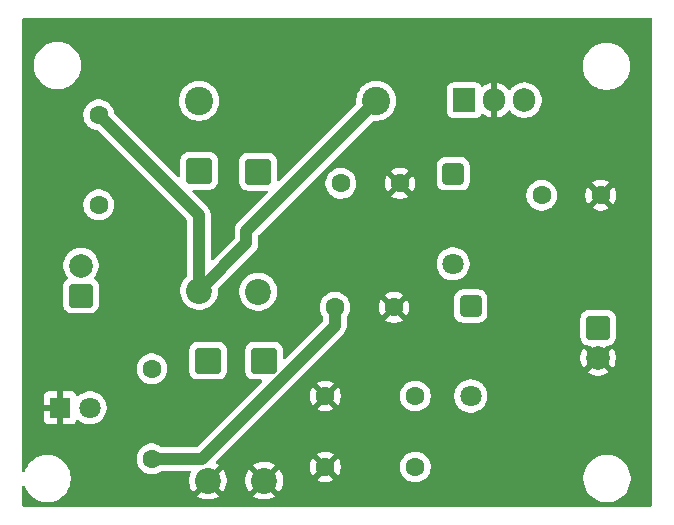
<source format=gbr>
%TF.GenerationSoftware,KiCad,Pcbnew,9.0.5*%
%TF.CreationDate,2025-10-12T15:19:20+05:30*%
%TF.ProjectId,transformerless power supply ,7472616e-7366-46f7-926d-65726c657373,rev?*%
%TF.SameCoordinates,Original*%
%TF.FileFunction,Copper,L1,Top*%
%TF.FilePolarity,Positive*%
%FSLAX46Y46*%
G04 Gerber Fmt 4.6, Leading zero omitted, Abs format (unit mm)*
G04 Created by KiCad (PCBNEW 9.0.5) date 2025-10-12 15:19:20*
%MOMM*%
%LPD*%
G01*
G04 APERTURE LIST*
G04 Aperture macros list*
%AMRoundRect*
0 Rectangle with rounded corners*
0 $1 Rounding radius*
0 $2 $3 $4 $5 $6 $7 $8 $9 X,Y pos of 4 corners*
0 Add a 4 corners polygon primitive as box body*
4,1,4,$2,$3,$4,$5,$6,$7,$8,$9,$2,$3,0*
0 Add four circle primitives for the rounded corners*
1,1,$1+$1,$2,$3*
1,1,$1+$1,$4,$5*
1,1,$1+$1,$6,$7*
1,1,$1+$1,$8,$9*
0 Add four rect primitives between the rounded corners*
20,1,$1+$1,$2,$3,$4,$5,0*
20,1,$1+$1,$4,$5,$6,$7,0*
20,1,$1+$1,$6,$7,$8,$9,0*
20,1,$1+$1,$8,$9,$2,$3,0*%
G04 Aperture macros list end*
%TA.AperFunction,ComponentPad*%
%ADD10RoundRect,0.249999X-0.850001X0.850001X-0.850001X-0.850001X0.850001X-0.850001X0.850001X0.850001X0*%
%TD*%
%TA.AperFunction,ComponentPad*%
%ADD11C,2.200000*%
%TD*%
%TA.AperFunction,ComponentPad*%
%ADD12RoundRect,0.250000X-0.650000X0.650000X-0.650000X-0.650000X0.650000X-0.650000X0.650000X0.650000X0*%
%TD*%
%TA.AperFunction,ComponentPad*%
%ADD13C,1.800000*%
%TD*%
%TA.AperFunction,ComponentPad*%
%ADD14C,1.600000*%
%TD*%
%TA.AperFunction,ComponentPad*%
%ADD15RoundRect,0.250000X-0.750000X0.750000X-0.750000X-0.750000X0.750000X-0.750000X0.750000X0.750000X0*%
%TD*%
%TA.AperFunction,ComponentPad*%
%ADD16C,2.000000*%
%TD*%
%TA.AperFunction,ComponentPad*%
%ADD17R,1.905000X2.000000*%
%TD*%
%TA.AperFunction,ComponentPad*%
%ADD18O,1.905000X2.000000*%
%TD*%
%TA.AperFunction,ComponentPad*%
%ADD19C,2.400000*%
%TD*%
%TA.AperFunction,ComponentPad*%
%ADD20R,1.800000X1.800000*%
%TD*%
%TA.AperFunction,ComponentPad*%
%ADD21RoundRect,0.250000X0.750000X-0.750000X0.750000X0.750000X-0.750000X0.750000X-0.750000X-0.750000X0*%
%TD*%
%TA.AperFunction,Conductor*%
%ADD22C,1.000000*%
%TD*%
G04 APERTURE END LIST*
D10*
%TO.P,D1,1,K*%
%TO.N,Net-(D1-K)*%
X64521750Y-88420000D03*
D11*
%TO.P,D1,2,A*%
%TO.N,Net-(D1-A)*%
X64521750Y-98580000D03*
%TD*%
D10*
%TO.P,D4,1,K*%
%TO.N,Net-(D3-A)*%
X70021750Y-104500000D03*
D11*
%TO.P,D4,2,A*%
%TO.N,GND*%
X70021750Y-114660000D03*
%TD*%
D12*
%TO.P,D6,1,K*%
%TO.N,Net-(D1-K)*%
X87521750Y-99880000D03*
D13*
%TO.P,D6,2,A*%
%TO.N,Net-(D6-A)*%
X87521750Y-107500000D03*
%TD*%
D14*
%TO.P,R3,1*%
%TO.N,Net-(D5-A)*%
X82831750Y-113500000D03*
%TO.P,R3,2*%
%TO.N,GND*%
X75211750Y-113500000D03*
%TD*%
%TO.P,R1,1*%
%TO.N,Net-(D1-K)*%
X60521750Y-112810000D03*
%TO.P,R1,2*%
%TO.N,Net-(D7-A)*%
X60521750Y-105190000D03*
%TD*%
%TO.P,C2,1*%
%TO.N,Net-(D1-K)*%
X76521750Y-89500000D03*
%TO.P,C2,2*%
%TO.N,GND*%
X81521750Y-89500000D03*
%TD*%
D15*
%TO.P,J2,1,Pin_1*%
%TO.N,/5v*%
X98304250Y-101725000D03*
D16*
%TO.P,J2,2,Pin_2*%
%TO.N,GND*%
X98304250Y-104265000D03*
%TD*%
D17*
%TO.P,U1,1,VI*%
%TO.N,Net-(D1-K)*%
X86981750Y-82450000D03*
D18*
%TO.P,U1,2,GND*%
%TO.N,GND*%
X89521750Y-82450000D03*
%TO.P,U1,3,VO*%
%TO.N,/5v*%
X92061750Y-82450000D03*
%TD*%
D10*
%TO.P,D3,1,K*%
%TO.N,Net-(D1-K)*%
X69521750Y-88500000D03*
D11*
%TO.P,D3,2,A*%
%TO.N,Net-(D3-A)*%
X69521750Y-98660000D03*
%TD*%
D14*
%TO.P,R2,1*%
%TO.N,Net-(J1-Pin_2)*%
X56021750Y-91310000D03*
%TO.P,R2,2*%
%TO.N,Net-(D1-A)*%
X56021750Y-83690000D03*
%TD*%
D19*
%TO.P,C1,1*%
%TO.N,Net-(J1-Pin_2)*%
X64521750Y-82500000D03*
%TO.P,C1,2*%
%TO.N,Net-(D1-A)*%
X79521750Y-82500000D03*
%TD*%
D14*
%TO.P,C3,1*%
%TO.N,Net-(D1-K)*%
X76021750Y-100000000D03*
%TO.P,C3,2*%
%TO.N,GND*%
X81021750Y-100000000D03*
%TD*%
%TO.P,R4,1*%
%TO.N,Net-(D6-A)*%
X82831750Y-107500000D03*
%TO.P,R4,2*%
%TO.N,GND*%
X75211750Y-107500000D03*
%TD*%
%TO.P,C4,1*%
%TO.N,/5v*%
X93521750Y-90500000D03*
%TO.P,C4,2*%
%TO.N,GND*%
X98521750Y-90500000D03*
%TD*%
D10*
%TO.P,D2,1,K*%
%TO.N,Net-(D1-A)*%
X65271750Y-104500000D03*
D11*
%TO.P,D2,2,A*%
%TO.N,GND*%
X65271750Y-114660000D03*
%TD*%
D12*
%TO.P,D5,1,K*%
%TO.N,Net-(D1-K)*%
X86021750Y-88690000D03*
D13*
%TO.P,D5,2,A*%
%TO.N,Net-(D5-A)*%
X86021750Y-96310000D03*
%TD*%
D20*
%TO.P,D7,1,K*%
%TO.N,GND*%
X52746750Y-108500000D03*
D13*
%TO.P,D7,2,A*%
%TO.N,Net-(D7-A)*%
X55286750Y-108500000D03*
%TD*%
D21*
%TO.P,J1,1,Pin_1*%
%TO.N,Net-(D3-A)*%
X54521750Y-99000000D03*
D16*
%TO.P,J1,2,Pin_2*%
%TO.N,Net-(J1-Pin_2)*%
X54521750Y-96460000D03*
%TD*%
D22*
%TO.N,Net-(D1-A)*%
X68521750Y-94580000D02*
X68521750Y-93500000D01*
X68521750Y-93500000D02*
X79521750Y-82500000D01*
X64521750Y-98580000D02*
X68521750Y-94580000D01*
X56021750Y-83690000D02*
X64521750Y-92190000D01*
X64521750Y-92190000D02*
X64521750Y-98580000D01*
%TO.N,Net-(D1-K)*%
X76021750Y-101551844D02*
X76021750Y-100000000D01*
X64763594Y-112810000D02*
X76021750Y-101551844D01*
X60521750Y-112810000D02*
X64763594Y-112810000D01*
%TD*%
%TA.AperFunction,Conductor*%
%TO.N,GND*%
G36*
X102825561Y-75520185D02*
G01*
X102871316Y-75572989D01*
X102882522Y-75624500D01*
X102882522Y-116736772D01*
X102862837Y-116803811D01*
X102810033Y-116849566D01*
X102758522Y-116860772D01*
X49646250Y-116860772D01*
X49579211Y-116841087D01*
X49533456Y-116788283D01*
X49522250Y-116736772D01*
X49522250Y-115191732D01*
X49541935Y-115124693D01*
X49594739Y-115078938D01*
X49663897Y-115068994D01*
X49727453Y-115098019D01*
X49760811Y-115144279D01*
X49861221Y-115386690D01*
X49861225Y-115386700D01*
X49992342Y-115613803D01*
X50151985Y-115821851D01*
X50151993Y-115821860D01*
X50337407Y-116007274D01*
X50337415Y-116007281D01*
X50545463Y-116166924D01*
X50772566Y-116298041D01*
X50772576Y-116298046D01*
X51014838Y-116398394D01*
X51014848Y-116398398D01*
X51268151Y-116466270D01*
X51528147Y-116500500D01*
X51528154Y-116500500D01*
X51790380Y-116500500D01*
X51790387Y-116500500D01*
X52050383Y-116466270D01*
X52303686Y-116398398D01*
X52545964Y-116298043D01*
X52773070Y-116166924D01*
X52981118Y-116007282D01*
X52981122Y-116007277D01*
X52981127Y-116007274D01*
X53166541Y-115821860D01*
X53166544Y-115821855D01*
X53166549Y-115821851D01*
X53326191Y-115613803D01*
X53457310Y-115386697D01*
X53557665Y-115144419D01*
X53625537Y-114891116D01*
X53659767Y-114631120D01*
X53659767Y-114368880D01*
X53625537Y-114108884D01*
X53557665Y-113855581D01*
X53547146Y-113830185D01*
X53457313Y-113613309D01*
X53457308Y-113613299D01*
X53326191Y-113386196D01*
X53179836Y-113195465D01*
X53166549Y-113178149D01*
X53166548Y-113178148D01*
X53166541Y-113178140D01*
X52981127Y-112992726D01*
X52981118Y-112992718D01*
X52773070Y-112833075D01*
X52733384Y-112810163D01*
X52555822Y-112707648D01*
X59221250Y-112707648D01*
X59221250Y-112912351D01*
X59253272Y-113114534D01*
X59316531Y-113309223D01*
X59355752Y-113386197D01*
X59387131Y-113447782D01*
X59409465Y-113491613D01*
X59529778Y-113657213D01*
X59674536Y-113801971D01*
X59829499Y-113914556D01*
X59840140Y-113922287D01*
X59956357Y-113981503D01*
X60022526Y-114015218D01*
X60022528Y-114015218D01*
X60022531Y-114015220D01*
X60116693Y-114045815D01*
X60217215Y-114078477D01*
X60318307Y-114094488D01*
X60419398Y-114110500D01*
X60419399Y-114110500D01*
X60624101Y-114110500D01*
X60624102Y-114110500D01*
X60826284Y-114078477D01*
X61020969Y-114015220D01*
X61203360Y-113922287D01*
X61324627Y-113834181D01*
X61390433Y-113810702D01*
X61397512Y-113810500D01*
X63706519Y-113810500D01*
X63773558Y-113830185D01*
X63819313Y-113882989D01*
X63829257Y-113952147D01*
X63817004Y-113990795D01*
X63788969Y-114045815D01*
X63711147Y-114285330D01*
X63671750Y-114534071D01*
X63671750Y-114785928D01*
X63711147Y-115034669D01*
X63788969Y-115274184D01*
X63903307Y-115498583D01*
X63977498Y-115600697D01*
X63977498Y-115600698D01*
X64747962Y-114830233D01*
X64759232Y-114872292D01*
X64831640Y-114997708D01*
X64934042Y-115100110D01*
X65059458Y-115172518D01*
X65101515Y-115183787D01*
X64331050Y-115954250D01*
X64433166Y-116028442D01*
X64657565Y-116142780D01*
X64897080Y-116220602D01*
X65145822Y-116260000D01*
X65397678Y-116260000D01*
X65646419Y-116220602D01*
X65885934Y-116142780D01*
X66110325Y-116028446D01*
X66110331Y-116028442D01*
X66212447Y-115954250D01*
X66212448Y-115954250D01*
X65441984Y-115183787D01*
X65484042Y-115172518D01*
X65609458Y-115100110D01*
X65711860Y-114997708D01*
X65784268Y-114872292D01*
X65795537Y-114830235D01*
X66566000Y-115600698D01*
X66566000Y-115600697D01*
X66640192Y-115498581D01*
X66640196Y-115498575D01*
X66754530Y-115274184D01*
X66832352Y-115034669D01*
X66871750Y-114785928D01*
X66871750Y-114534071D01*
X68421750Y-114534071D01*
X68421750Y-114785928D01*
X68461147Y-115034669D01*
X68538969Y-115274184D01*
X68653307Y-115498583D01*
X68727498Y-115600697D01*
X68727498Y-115600698D01*
X69497962Y-114830233D01*
X69509232Y-114872292D01*
X69581640Y-114997708D01*
X69684042Y-115100110D01*
X69809458Y-115172518D01*
X69851515Y-115183787D01*
X69081050Y-115954250D01*
X69183166Y-116028442D01*
X69407565Y-116142780D01*
X69647080Y-116220602D01*
X69895822Y-116260000D01*
X70147678Y-116260000D01*
X70396419Y-116220602D01*
X70635934Y-116142780D01*
X70860325Y-116028446D01*
X70860331Y-116028442D01*
X70962447Y-115954250D01*
X70962448Y-115954250D01*
X70191984Y-115183787D01*
X70234042Y-115172518D01*
X70359458Y-115100110D01*
X70461860Y-114997708D01*
X70534268Y-114872292D01*
X70545537Y-114830235D01*
X71316000Y-115600698D01*
X71316000Y-115600697D01*
X71390192Y-115498581D01*
X71390196Y-115498575D01*
X71504530Y-115274184D01*
X71582352Y-115034669D01*
X71621750Y-114785928D01*
X71621750Y-114534071D01*
X71582352Y-114285330D01*
X71504530Y-114045815D01*
X71390192Y-113821416D01*
X71316000Y-113719301D01*
X71316000Y-113719300D01*
X70545537Y-114489764D01*
X70534268Y-114447708D01*
X70461860Y-114322292D01*
X70359458Y-114219890D01*
X70234042Y-114147482D01*
X70191982Y-114136212D01*
X70930514Y-113397682D01*
X73911750Y-113397682D01*
X73911750Y-113602317D01*
X73943759Y-113804417D01*
X74006994Y-113999031D01*
X74099891Y-114181350D01*
X74099897Y-114181359D01*
X74132273Y-114225921D01*
X74132274Y-114225922D01*
X74811750Y-113546446D01*
X74811750Y-113552661D01*
X74839009Y-113654394D01*
X74891670Y-113745606D01*
X74966144Y-113820080D01*
X75057356Y-113872741D01*
X75159089Y-113900000D01*
X75165303Y-113900000D01*
X74485826Y-114579474D01*
X74530400Y-114611859D01*
X74712718Y-114704755D01*
X74907332Y-114767990D01*
X75109433Y-114800000D01*
X75314067Y-114800000D01*
X75516167Y-114767990D01*
X75710781Y-114704755D01*
X75893099Y-114611859D01*
X75937671Y-114579474D01*
X75258197Y-113900000D01*
X75264411Y-113900000D01*
X75366144Y-113872741D01*
X75457356Y-113820080D01*
X75531830Y-113745606D01*
X75584491Y-113654394D01*
X75611750Y-113552661D01*
X75611750Y-113546447D01*
X76291224Y-114225921D01*
X76323609Y-114181349D01*
X76416505Y-113999031D01*
X76479740Y-113804417D01*
X76511750Y-113602317D01*
X76511750Y-113397682D01*
X76511745Y-113397648D01*
X81531250Y-113397648D01*
X81531250Y-113602352D01*
X81533811Y-113618520D01*
X81563272Y-113804534D01*
X81626531Y-113999223D01*
X81690441Y-114124653D01*
X81719335Y-114181359D01*
X81719465Y-114181613D01*
X81839778Y-114347213D01*
X81984536Y-114491971D01*
X82130431Y-114597968D01*
X82150140Y-114612287D01*
X82243780Y-114659999D01*
X82332526Y-114705218D01*
X82332528Y-114705218D01*
X82332531Y-114705220D01*
X82416210Y-114732409D01*
X82527215Y-114768477D01*
X82628307Y-114784488D01*
X82729398Y-114800500D01*
X82729399Y-114800500D01*
X82934101Y-114800500D01*
X82934102Y-114800500D01*
X83136284Y-114768477D01*
X83330969Y-114705220D01*
X83513360Y-114612287D01*
X83621016Y-114534071D01*
X83678963Y-114491971D01*
X83678965Y-114491968D01*
X83678969Y-114491966D01*
X83802063Y-114368872D01*
X97056587Y-114368872D01*
X97056587Y-114631127D01*
X97074671Y-114768477D01*
X97090817Y-114891116D01*
X97158689Y-115144418D01*
X97158692Y-115144428D01*
X97259040Y-115386690D01*
X97259045Y-115386700D01*
X97390162Y-115613803D01*
X97549805Y-115821851D01*
X97549813Y-115821860D01*
X97735227Y-116007274D01*
X97735235Y-116007281D01*
X97943283Y-116166924D01*
X98170386Y-116298041D01*
X98170396Y-116298046D01*
X98412658Y-116398394D01*
X98412668Y-116398398D01*
X98665971Y-116466270D01*
X98925967Y-116500500D01*
X98925974Y-116500500D01*
X99188200Y-116500500D01*
X99188207Y-116500500D01*
X99448203Y-116466270D01*
X99701506Y-116398398D01*
X99943784Y-116298043D01*
X100170890Y-116166924D01*
X100378938Y-116007282D01*
X100378942Y-116007277D01*
X100378947Y-116007274D01*
X100564361Y-115821860D01*
X100564364Y-115821855D01*
X100564369Y-115821851D01*
X100724011Y-115613803D01*
X100855130Y-115386697D01*
X100955485Y-115144419D01*
X101023357Y-114891116D01*
X101057587Y-114631120D01*
X101057587Y-114368880D01*
X101023357Y-114108884D01*
X100955485Y-113855581D01*
X100944966Y-113830185D01*
X100855133Y-113613309D01*
X100855128Y-113613299D01*
X100724011Y-113386196D01*
X100577656Y-113195465D01*
X100564369Y-113178149D01*
X100564368Y-113178148D01*
X100564361Y-113178140D01*
X100378947Y-112992726D01*
X100378938Y-112992718D01*
X100170890Y-112833075D01*
X99943787Y-112701958D01*
X99943777Y-112701953D01*
X99701515Y-112601605D01*
X99701508Y-112601603D01*
X99701506Y-112601602D01*
X99448203Y-112533730D01*
X99390426Y-112526123D01*
X99188214Y-112499500D01*
X99188207Y-112499500D01*
X98925967Y-112499500D01*
X98925959Y-112499500D01*
X98694859Y-112529926D01*
X98665971Y-112533730D01*
X98412668Y-112601602D01*
X98412658Y-112601605D01*
X98170396Y-112701953D01*
X98170386Y-112701958D01*
X97943283Y-112833075D01*
X97735235Y-112992718D01*
X97549805Y-113178148D01*
X97390162Y-113386196D01*
X97259045Y-113613299D01*
X97259040Y-113613309D01*
X97158692Y-113855571D01*
X97158689Y-113855581D01*
X97098965Y-114078477D01*
X97090817Y-114108885D01*
X97056587Y-114368872D01*
X83802063Y-114368872D01*
X83823716Y-114347219D01*
X83823718Y-114347215D01*
X83823721Y-114347213D01*
X83863882Y-114291936D01*
X83923512Y-114209860D01*
X83944037Y-114181610D01*
X84036970Y-113999219D01*
X84100227Y-113804534D01*
X84132250Y-113602352D01*
X84132250Y-113397648D01*
X84115447Y-113291557D01*
X84100227Y-113195465D01*
X84046900Y-113031342D01*
X84036970Y-113000781D01*
X84036968Y-113000778D01*
X84036968Y-113000776D01*
X83991913Y-112912352D01*
X83944037Y-112818390D01*
X83911842Y-112774077D01*
X83823721Y-112652786D01*
X83678963Y-112508028D01*
X83513363Y-112387715D01*
X83513362Y-112387714D01*
X83513360Y-112387713D01*
X83456403Y-112358691D01*
X83330973Y-112294781D01*
X83136284Y-112231522D01*
X82961745Y-112203878D01*
X82934102Y-112199500D01*
X82729398Y-112199500D01*
X82705079Y-112203351D01*
X82527215Y-112231522D01*
X82332526Y-112294781D01*
X82150136Y-112387715D01*
X81984536Y-112508028D01*
X81839778Y-112652786D01*
X81719465Y-112818386D01*
X81626531Y-113000776D01*
X81563272Y-113195465D01*
X81533064Y-113386196D01*
X81531250Y-113397648D01*
X76511745Y-113397648D01*
X76479740Y-113195582D01*
X76416505Y-113000968D01*
X76323609Y-112818650D01*
X76291224Y-112774077D01*
X76291224Y-112774076D01*
X75611750Y-113453551D01*
X75611750Y-113447339D01*
X75584491Y-113345606D01*
X75531830Y-113254394D01*
X75457356Y-113179920D01*
X75366144Y-113127259D01*
X75264411Y-113100000D01*
X75258196Y-113100000D01*
X75937672Y-112420524D01*
X75937671Y-112420523D01*
X75893109Y-112388147D01*
X75893100Y-112388141D01*
X75710781Y-112295244D01*
X75516167Y-112232009D01*
X75314067Y-112200000D01*
X75109433Y-112200000D01*
X74907332Y-112232009D01*
X74712718Y-112295244D01*
X74530394Y-112388143D01*
X74485827Y-112420523D01*
X74485827Y-112420524D01*
X75165304Y-113100000D01*
X75159089Y-113100000D01*
X75057356Y-113127259D01*
X74966144Y-113179920D01*
X74891670Y-113254394D01*
X74839009Y-113345606D01*
X74811750Y-113447339D01*
X74811750Y-113453553D01*
X74132274Y-112774077D01*
X74132273Y-112774077D01*
X74099893Y-112818644D01*
X74006994Y-113000968D01*
X73943759Y-113195582D01*
X73911750Y-113397682D01*
X70930514Y-113397682D01*
X70962448Y-113365748D01*
X70860333Y-113291557D01*
X70635934Y-113177219D01*
X70396419Y-113099397D01*
X70147678Y-113060000D01*
X69895822Y-113060000D01*
X69647080Y-113099397D01*
X69407565Y-113177219D01*
X69183163Y-113291559D01*
X69081051Y-113365747D01*
X69081050Y-113365748D01*
X69851515Y-114136212D01*
X69809458Y-114147482D01*
X69684042Y-114219890D01*
X69581640Y-114322292D01*
X69509232Y-114447708D01*
X69497962Y-114489765D01*
X68727498Y-113719300D01*
X68727497Y-113719301D01*
X68653309Y-113821413D01*
X68538969Y-114045815D01*
X68461147Y-114285330D01*
X68421750Y-114534071D01*
X66871750Y-114534071D01*
X66832352Y-114285330D01*
X66754530Y-114045815D01*
X66640192Y-113821416D01*
X66566000Y-113719301D01*
X66566000Y-113719300D01*
X65795537Y-114489764D01*
X65784268Y-114447708D01*
X65711860Y-114322292D01*
X65609458Y-114219890D01*
X65484042Y-114147482D01*
X65441983Y-114136212D01*
X66212448Y-113365748D01*
X66110333Y-113291557D01*
X65988555Y-113229508D01*
X65937759Y-113181533D01*
X65920964Y-113113712D01*
X65943501Y-113047577D01*
X65957158Y-113031354D01*
X71590831Y-107397682D01*
X73911750Y-107397682D01*
X73911750Y-107602317D01*
X73943759Y-107804417D01*
X74006994Y-107999031D01*
X74099891Y-108181350D01*
X74099897Y-108181359D01*
X74132273Y-108225921D01*
X74132274Y-108225922D01*
X74811750Y-107546446D01*
X74811750Y-107552661D01*
X74839009Y-107654394D01*
X74891670Y-107745606D01*
X74966144Y-107820080D01*
X75057356Y-107872741D01*
X75159089Y-107900000D01*
X75165303Y-107900000D01*
X74485826Y-108579474D01*
X74530400Y-108611859D01*
X74712718Y-108704755D01*
X74907332Y-108767990D01*
X75109433Y-108800000D01*
X75314067Y-108800000D01*
X75516167Y-108767990D01*
X75710781Y-108704755D01*
X75893099Y-108611859D01*
X75937671Y-108579474D01*
X75258197Y-107900000D01*
X75264411Y-107900000D01*
X75366144Y-107872741D01*
X75457356Y-107820080D01*
X75531830Y-107745606D01*
X75584491Y-107654394D01*
X75611750Y-107552661D01*
X75611750Y-107546447D01*
X76291224Y-108225921D01*
X76323609Y-108181349D01*
X76416505Y-107999031D01*
X76479740Y-107804417D01*
X76511750Y-107602317D01*
X76511750Y-107397682D01*
X76511745Y-107397648D01*
X81531250Y-107397648D01*
X81531250Y-107602351D01*
X81563272Y-107804534D01*
X81626531Y-107999223D01*
X81652404Y-108050000D01*
X81719335Y-108181359D01*
X81719465Y-108181613D01*
X81839778Y-108347213D01*
X81984536Y-108491971D01*
X82104976Y-108579474D01*
X82150140Y-108612287D01*
X82266357Y-108671503D01*
X82332526Y-108705218D01*
X82332528Y-108705218D01*
X82332531Y-108705220D01*
X82436887Y-108739127D01*
X82527215Y-108768477D01*
X82628307Y-108784488D01*
X82729398Y-108800500D01*
X82729399Y-108800500D01*
X82934101Y-108800500D01*
X82934102Y-108800500D01*
X83136284Y-108768477D01*
X83330969Y-108705220D01*
X83513360Y-108612287D01*
X83606340Y-108544732D01*
X83678963Y-108491971D01*
X83678965Y-108491968D01*
X83678969Y-108491966D01*
X83823716Y-108347219D01*
X83823718Y-108347215D01*
X83823721Y-108347213D01*
X83894349Y-108250000D01*
X83944037Y-108181610D01*
X84036970Y-107999219D01*
X84100227Y-107804534D01*
X84132250Y-107602352D01*
X84132250Y-107397648D01*
X84131004Y-107389778D01*
X86121250Y-107389778D01*
X86121250Y-107610221D01*
X86155735Y-107827952D01*
X86223853Y-108037603D01*
X86223854Y-108037606D01*
X86275982Y-108139910D01*
X86319807Y-108225921D01*
X86323937Y-108234025D01*
X86453502Y-108412358D01*
X86453506Y-108412363D01*
X86609386Y-108568243D01*
X86609391Y-108568247D01*
X86670008Y-108612287D01*
X86787728Y-108697815D01*
X86890146Y-108750000D01*
X86984143Y-108797895D01*
X86984146Y-108797896D01*
X87076648Y-108827951D01*
X87193799Y-108866015D01*
X87411528Y-108900500D01*
X87411529Y-108900500D01*
X87631971Y-108900500D01*
X87631972Y-108900500D01*
X87849701Y-108866015D01*
X88059356Y-108797895D01*
X88255772Y-108697815D01*
X88434115Y-108568242D01*
X88589992Y-108412365D01*
X88719565Y-108234022D01*
X88819645Y-108037606D01*
X88887765Y-107827951D01*
X88922250Y-107610222D01*
X88922250Y-107389778D01*
X88887765Y-107172049D01*
X88819645Y-106962394D01*
X88819645Y-106962393D01*
X88784987Y-106894375D01*
X88719565Y-106765978D01*
X88637323Y-106652781D01*
X88589997Y-106587641D01*
X88589993Y-106587636D01*
X88434113Y-106431756D01*
X88434108Y-106431752D01*
X88255775Y-106302187D01*
X88255774Y-106302186D01*
X88255772Y-106302185D01*
X88192846Y-106270122D01*
X88059356Y-106202104D01*
X88059353Y-106202103D01*
X87849702Y-106133985D01*
X87740836Y-106116742D01*
X87631972Y-106099500D01*
X87411528Y-106099500D01*
X87338951Y-106110995D01*
X87193797Y-106133985D01*
X86984146Y-106202103D01*
X86984143Y-106202104D01*
X86787724Y-106302187D01*
X86609391Y-106431752D01*
X86609386Y-106431756D01*
X86453506Y-106587636D01*
X86453502Y-106587641D01*
X86323937Y-106765974D01*
X86223854Y-106962393D01*
X86223853Y-106962396D01*
X86155735Y-107172047D01*
X86121250Y-107389778D01*
X84131004Y-107389778D01*
X84101279Y-107202105D01*
X84100227Y-107195465D01*
X84069046Y-107099500D01*
X84036970Y-107000781D01*
X84036968Y-107000778D01*
X84036968Y-107000776D01*
X83944169Y-106818650D01*
X83944037Y-106818390D01*
X83911842Y-106774077D01*
X83823721Y-106652786D01*
X83678963Y-106508028D01*
X83513363Y-106387715D01*
X83513362Y-106387714D01*
X83513360Y-106387713D01*
X83456403Y-106358691D01*
X83330973Y-106294781D01*
X83136284Y-106231522D01*
X82950549Y-106202105D01*
X82934102Y-106199500D01*
X82729398Y-106199500D01*
X82712951Y-106202105D01*
X82527215Y-106231522D01*
X82332526Y-106294781D01*
X82150136Y-106387715D01*
X81984536Y-106508028D01*
X81839778Y-106652786D01*
X81719465Y-106818386D01*
X81626531Y-107000776D01*
X81563272Y-107195465D01*
X81531250Y-107397648D01*
X76511745Y-107397648D01*
X76479740Y-107195582D01*
X76416505Y-107000968D01*
X76323609Y-106818650D01*
X76291224Y-106774077D01*
X76291224Y-106774076D01*
X75611750Y-107453551D01*
X75611750Y-107447339D01*
X75584491Y-107345606D01*
X75531830Y-107254394D01*
X75457356Y-107179920D01*
X75366144Y-107127259D01*
X75264411Y-107100000D01*
X75258196Y-107100000D01*
X75937672Y-106420524D01*
X75937671Y-106420523D01*
X75893109Y-106388147D01*
X75893100Y-106388141D01*
X75710781Y-106295244D01*
X75516167Y-106232009D01*
X75314067Y-106200000D01*
X75109433Y-106200000D01*
X74907332Y-106232009D01*
X74712718Y-106295244D01*
X74530394Y-106388143D01*
X74485827Y-106420523D01*
X74485827Y-106420524D01*
X75165304Y-107100000D01*
X75159089Y-107100000D01*
X75057356Y-107127259D01*
X74966144Y-107179920D01*
X74891670Y-107254394D01*
X74839009Y-107345606D01*
X74811750Y-107447339D01*
X74811750Y-107453553D01*
X74132274Y-106774077D01*
X74132273Y-106774077D01*
X74099893Y-106818644D01*
X74006994Y-107000968D01*
X73943759Y-107195582D01*
X73911750Y-107397682D01*
X71590831Y-107397682D01*
X76659528Y-102328985D01*
X76659532Y-102328983D01*
X76798889Y-102189626D01*
X76908382Y-102025758D01*
X76983801Y-101843679D01*
X77022250Y-101650385D01*
X77022250Y-100875761D01*
X77041935Y-100808722D01*
X77045915Y-100802899D01*
X77134037Y-100681610D01*
X77226970Y-100499219D01*
X77290227Y-100304534D01*
X77322250Y-100102352D01*
X77322250Y-99897682D01*
X79721750Y-99897682D01*
X79721750Y-100102317D01*
X79753759Y-100304417D01*
X79816994Y-100499031D01*
X79909891Y-100681350D01*
X79909897Y-100681359D01*
X79942273Y-100725921D01*
X79942274Y-100725922D01*
X80621750Y-100046446D01*
X80621750Y-100052661D01*
X80649009Y-100154394D01*
X80701670Y-100245606D01*
X80776144Y-100320080D01*
X80867356Y-100372741D01*
X80969089Y-100400000D01*
X80975303Y-100400000D01*
X80295826Y-101079474D01*
X80340400Y-101111859D01*
X80522718Y-101204755D01*
X80717332Y-101267990D01*
X80919433Y-101300000D01*
X81124067Y-101300000D01*
X81326167Y-101267990D01*
X81520781Y-101204755D01*
X81703099Y-101111859D01*
X81747671Y-101079474D01*
X81068197Y-100400000D01*
X81074411Y-100400000D01*
X81176144Y-100372741D01*
X81267356Y-100320080D01*
X81341830Y-100245606D01*
X81394491Y-100154394D01*
X81421750Y-100052661D01*
X81421750Y-100046447D01*
X82101224Y-100725921D01*
X82133609Y-100681349D01*
X82226505Y-100499031D01*
X82289740Y-100304417D01*
X82321750Y-100102317D01*
X82321750Y-99897682D01*
X82289740Y-99695582D01*
X82226505Y-99500968D01*
X82133609Y-99318650D01*
X82101224Y-99274077D01*
X82101224Y-99274076D01*
X81421750Y-99953551D01*
X81421750Y-99947339D01*
X81394491Y-99845606D01*
X81341830Y-99754394D01*
X81267356Y-99679920D01*
X81176144Y-99627259D01*
X81074411Y-99600000D01*
X81068196Y-99600000D01*
X81488213Y-99179983D01*
X86121250Y-99179983D01*
X86121250Y-100580001D01*
X86121251Y-100580018D01*
X86131750Y-100682796D01*
X86131751Y-100682799D01*
X86186935Y-100849331D01*
X86186937Y-100849336D01*
X86191502Y-100856737D01*
X86279038Y-100998656D01*
X86403094Y-101122712D01*
X86552416Y-101214814D01*
X86718953Y-101269999D01*
X86821741Y-101280500D01*
X88221758Y-101280499D01*
X88324547Y-101269999D01*
X88491084Y-101214814D01*
X88640406Y-101122712D01*
X88764462Y-100998656D01*
X88809904Y-100924983D01*
X96803750Y-100924983D01*
X96803750Y-102525001D01*
X96803751Y-102525018D01*
X96814250Y-102627796D01*
X96814251Y-102627799D01*
X96869435Y-102794331D01*
X96869436Y-102794334D01*
X96961538Y-102943656D01*
X97085594Y-103067712D01*
X97234916Y-103159814D01*
X97401453Y-103214999D01*
X97504241Y-103225500D01*
X97566942Y-103225499D01*
X97633979Y-103245183D01*
X97654622Y-103261818D01*
X98093191Y-103700387D01*
X98072659Y-103705889D01*
X97935842Y-103784881D01*
X97824131Y-103896592D01*
X97745139Y-104033409D01*
X97739637Y-104053941D01*
X97081590Y-103395894D01*
X97021334Y-103478830D01*
X96914147Y-103689197D01*
X96841184Y-103913752D01*
X96804250Y-104146947D01*
X96804250Y-104383052D01*
X96841184Y-104616247D01*
X96914147Y-104840802D01*
X97021337Y-105051174D01*
X97081588Y-105134104D01*
X97081590Y-105134105D01*
X97739637Y-104476058D01*
X97745139Y-104496591D01*
X97824131Y-104633408D01*
X97935842Y-104745119D01*
X98072659Y-104824111D01*
X98093190Y-104829612D01*
X97435143Y-105487658D01*
X97518078Y-105547914D01*
X97728447Y-105655102D01*
X97953002Y-105728065D01*
X97953001Y-105728065D01*
X98186198Y-105765000D01*
X98422302Y-105765000D01*
X98655497Y-105728065D01*
X98880052Y-105655102D01*
X99090413Y-105547918D01*
X99090419Y-105547914D01*
X99173354Y-105487658D01*
X99173355Y-105487658D01*
X98515308Y-104829612D01*
X98535841Y-104824111D01*
X98672658Y-104745119D01*
X98784369Y-104633408D01*
X98863361Y-104496591D01*
X98868862Y-104476058D01*
X99526908Y-105134105D01*
X99526908Y-105134104D01*
X99587164Y-105051169D01*
X99587168Y-105051163D01*
X99694352Y-104840802D01*
X99767315Y-104616247D01*
X99804250Y-104383052D01*
X99804250Y-104146947D01*
X99767315Y-103913752D01*
X99694352Y-103689197D01*
X99587164Y-103478828D01*
X99526908Y-103395894D01*
X99526908Y-103395893D01*
X98868862Y-104053940D01*
X98863361Y-104033409D01*
X98784369Y-103896592D01*
X98672658Y-103784881D01*
X98535841Y-103705889D01*
X98515308Y-103700387D01*
X98953877Y-103261818D01*
X99015200Y-103228333D01*
X99041557Y-103225499D01*
X99104258Y-103225499D01*
X99207047Y-103214999D01*
X99373584Y-103159814D01*
X99522906Y-103067712D01*
X99646962Y-102943656D01*
X99739064Y-102794334D01*
X99794249Y-102627797D01*
X99804750Y-102525009D01*
X99804749Y-100924992D01*
X99794249Y-100822203D01*
X99739064Y-100655666D01*
X99646962Y-100506344D01*
X99522906Y-100382288D01*
X99373584Y-100290186D01*
X99207047Y-100235001D01*
X99207045Y-100235000D01*
X99104260Y-100224500D01*
X97504248Y-100224500D01*
X97504231Y-100224501D01*
X97401453Y-100235000D01*
X97401450Y-100235001D01*
X97234918Y-100290185D01*
X97234913Y-100290187D01*
X97085592Y-100382289D01*
X96961539Y-100506342D01*
X96869437Y-100655663D01*
X96869435Y-100655668D01*
X96860445Y-100682799D01*
X96814251Y-100822203D01*
X96814251Y-100822204D01*
X96814250Y-100822204D01*
X96803750Y-100924983D01*
X88809904Y-100924983D01*
X88856564Y-100849334D01*
X88911749Y-100682797D01*
X88922250Y-100580009D01*
X88922249Y-99179992D01*
X88911749Y-99077203D01*
X88856564Y-98910666D01*
X88764462Y-98761344D01*
X88640406Y-98637288D01*
X88491084Y-98545186D01*
X88324547Y-98490001D01*
X88324545Y-98490000D01*
X88221760Y-98479500D01*
X86821748Y-98479500D01*
X86821731Y-98479501D01*
X86718953Y-98490000D01*
X86718950Y-98490001D01*
X86552418Y-98545185D01*
X86552413Y-98545187D01*
X86403092Y-98637289D01*
X86279039Y-98761342D01*
X86186937Y-98910663D01*
X86186935Y-98910668D01*
X86183669Y-98920524D01*
X86131751Y-99077203D01*
X86131751Y-99077204D01*
X86131750Y-99077204D01*
X86121250Y-99179983D01*
X81488213Y-99179983D01*
X81747672Y-98920524D01*
X81747671Y-98920523D01*
X81703109Y-98888147D01*
X81703100Y-98888141D01*
X81520781Y-98795244D01*
X81326167Y-98732009D01*
X81124067Y-98700000D01*
X80919433Y-98700000D01*
X80717332Y-98732009D01*
X80522718Y-98795244D01*
X80340394Y-98888143D01*
X80295827Y-98920523D01*
X80295827Y-98920524D01*
X80975304Y-99600000D01*
X80969089Y-99600000D01*
X80867356Y-99627259D01*
X80776144Y-99679920D01*
X80701670Y-99754394D01*
X80649009Y-99845606D01*
X80621750Y-99947339D01*
X80621750Y-99953553D01*
X79942274Y-99274077D01*
X79942273Y-99274077D01*
X79909893Y-99318644D01*
X79816994Y-99500968D01*
X79753759Y-99695582D01*
X79721750Y-99897682D01*
X77322250Y-99897682D01*
X77322250Y-99897648D01*
X77306910Y-99800794D01*
X77290227Y-99695465D01*
X77259208Y-99600000D01*
X77226970Y-99500781D01*
X77226968Y-99500778D01*
X77226968Y-99500776D01*
X77134169Y-99318650D01*
X77134037Y-99318390D01*
X77126306Y-99307749D01*
X77013721Y-99152786D01*
X76868963Y-99008028D01*
X76703363Y-98887715D01*
X76703362Y-98887714D01*
X76703360Y-98887713D01*
X76646403Y-98858691D01*
X76520973Y-98794781D01*
X76326284Y-98731522D01*
X76151745Y-98703878D01*
X76124102Y-98699500D01*
X75919398Y-98699500D01*
X75895079Y-98703351D01*
X75717215Y-98731522D01*
X75522526Y-98794781D01*
X75340136Y-98887715D01*
X75174536Y-99008028D01*
X75029778Y-99152786D01*
X74909465Y-99318386D01*
X74816531Y-99500776D01*
X74753272Y-99695465D01*
X74721250Y-99897648D01*
X74721250Y-100102351D01*
X74753272Y-100304534D01*
X74816531Y-100499223D01*
X74857698Y-100580016D01*
X74909463Y-100681610D01*
X74997569Y-100802877D01*
X75004720Y-100822921D01*
X75016227Y-100840826D01*
X75019681Y-100864850D01*
X75021048Y-100868681D01*
X75021250Y-100875761D01*
X75021250Y-101086062D01*
X75001565Y-101153101D01*
X74984931Y-101173743D01*
X71833931Y-104324743D01*
X71772608Y-104358228D01*
X71702916Y-104353244D01*
X71646983Y-104311372D01*
X71622566Y-104245908D01*
X71622250Y-104237062D01*
X71622250Y-103599995D01*
X71622249Y-103599982D01*
X71611749Y-103497203D01*
X71605660Y-103478828D01*
X71556564Y-103330665D01*
X71464462Y-103181344D01*
X71340406Y-103057288D01*
X71191085Y-102965186D01*
X71024548Y-102910001D01*
X71024546Y-102910000D01*
X70921767Y-102899500D01*
X70921760Y-102899500D01*
X69121740Y-102899500D01*
X69121732Y-102899500D01*
X69018953Y-102910000D01*
X69018952Y-102910001D01*
X68936419Y-102937349D01*
X68852417Y-102965185D01*
X68852412Y-102965187D01*
X68703092Y-103057289D01*
X68579039Y-103181342D01*
X68486937Y-103330662D01*
X68486935Y-103330667D01*
X68465321Y-103395894D01*
X68431751Y-103497202D01*
X68431751Y-103497203D01*
X68431750Y-103497203D01*
X68421250Y-103599982D01*
X68421250Y-105400017D01*
X68431750Y-105502796D01*
X68486935Y-105669332D01*
X68486937Y-105669337D01*
X68499203Y-105689223D01*
X68579038Y-105818656D01*
X68703094Y-105942712D01*
X68852415Y-106034814D01*
X69018952Y-106089999D01*
X69121740Y-106100500D01*
X69758812Y-106100500D01*
X69825851Y-106120185D01*
X69871606Y-106172989D01*
X69881550Y-106242147D01*
X69852525Y-106305703D01*
X69846493Y-106312181D01*
X64385493Y-111773181D01*
X64324170Y-111806666D01*
X64297812Y-111809500D01*
X61397512Y-111809500D01*
X61330473Y-111789815D01*
X61324627Y-111785818D01*
X61203363Y-111697715D01*
X61203362Y-111697714D01*
X61203360Y-111697713D01*
X61146403Y-111668691D01*
X61020973Y-111604781D01*
X60826284Y-111541522D01*
X60651745Y-111513878D01*
X60624102Y-111509500D01*
X60419398Y-111509500D01*
X60395079Y-111513351D01*
X60217215Y-111541522D01*
X60022526Y-111604781D01*
X59840136Y-111697715D01*
X59674536Y-111818028D01*
X59529778Y-111962786D01*
X59409465Y-112128386D01*
X59316531Y-112310776D01*
X59253272Y-112505465D01*
X59221250Y-112707648D01*
X52555822Y-112707648D01*
X52545967Y-112701958D01*
X52545957Y-112701953D01*
X52303695Y-112601605D01*
X52303688Y-112601603D01*
X52303686Y-112601602D01*
X52050383Y-112533730D01*
X51992606Y-112526123D01*
X51790394Y-112499500D01*
X51790387Y-112499500D01*
X51528147Y-112499500D01*
X51528139Y-112499500D01*
X51297039Y-112529926D01*
X51268151Y-112533730D01*
X51014848Y-112601602D01*
X51014838Y-112601605D01*
X50772576Y-112701953D01*
X50772566Y-112701958D01*
X50545463Y-112833075D01*
X50337415Y-112992718D01*
X50151985Y-113178148D01*
X49992342Y-113386196D01*
X49861225Y-113613299D01*
X49861220Y-113613309D01*
X49760811Y-113855720D01*
X49716970Y-113910123D01*
X49650676Y-113932188D01*
X49582976Y-113914909D01*
X49535366Y-113863771D01*
X49522250Y-113808267D01*
X49522250Y-107552155D01*
X51346750Y-107552155D01*
X51346750Y-108250000D01*
X52371472Y-108250000D01*
X52327417Y-108326306D01*
X52296750Y-108440756D01*
X52296750Y-108559244D01*
X52327417Y-108673694D01*
X52371472Y-108750000D01*
X51346750Y-108750000D01*
X51346750Y-109447844D01*
X51353151Y-109507372D01*
X51353153Y-109507379D01*
X51403395Y-109642086D01*
X51403399Y-109642093D01*
X51489559Y-109757187D01*
X51489562Y-109757190D01*
X51604656Y-109843350D01*
X51604663Y-109843354D01*
X51739370Y-109893596D01*
X51739377Y-109893598D01*
X51798905Y-109899999D01*
X51798922Y-109900000D01*
X52496750Y-109900000D01*
X52496750Y-108875277D01*
X52573056Y-108919333D01*
X52687506Y-108950000D01*
X52805994Y-108950000D01*
X52920444Y-108919333D01*
X52996750Y-108875277D01*
X52996750Y-109900000D01*
X53694578Y-109900000D01*
X53694594Y-109899999D01*
X53754122Y-109893598D01*
X53754129Y-109893596D01*
X53888836Y-109843354D01*
X53888843Y-109843350D01*
X54003937Y-109757190D01*
X54003940Y-109757187D01*
X54090100Y-109642093D01*
X54090104Y-109642086D01*
X54119963Y-109562031D01*
X54161834Y-109506097D01*
X54227298Y-109481680D01*
X54295571Y-109496531D01*
X54323826Y-109517683D01*
X54374386Y-109568243D01*
X54374391Y-109568247D01*
X54529942Y-109681260D01*
X54552728Y-109697815D01*
X54669251Y-109757187D01*
X54749143Y-109797895D01*
X54749146Y-109797896D01*
X54853971Y-109831955D01*
X54958799Y-109866015D01*
X55176528Y-109900500D01*
X55176529Y-109900500D01*
X55396971Y-109900500D01*
X55396972Y-109900500D01*
X55614701Y-109866015D01*
X55824356Y-109797895D01*
X56020772Y-109697815D01*
X56199115Y-109568242D01*
X56354992Y-109412365D01*
X56484565Y-109234022D01*
X56584645Y-109037606D01*
X56652765Y-108827951D01*
X56687250Y-108610222D01*
X56687250Y-108389778D01*
X56652765Y-108172049D01*
X56618705Y-108067221D01*
X56584646Y-107962396D01*
X56584645Y-107962393D01*
X56529187Y-107853553D01*
X56484565Y-107765978D01*
X56403495Y-107654394D01*
X56354997Y-107587641D01*
X56354993Y-107587636D01*
X56199113Y-107431756D01*
X56199108Y-107431752D01*
X56020775Y-107302187D01*
X56020774Y-107302186D01*
X56020772Y-107302185D01*
X55926978Y-107254394D01*
X55824356Y-107202104D01*
X55824353Y-107202103D01*
X55614702Y-107133985D01*
X55505836Y-107116742D01*
X55396972Y-107099500D01*
X55176528Y-107099500D01*
X55103951Y-107110995D01*
X54958797Y-107133985D01*
X54749146Y-107202103D01*
X54749143Y-107202104D01*
X54552724Y-107302187D01*
X54374391Y-107431752D01*
X54374386Y-107431756D01*
X54323825Y-107482317D01*
X54262502Y-107515801D01*
X54192810Y-107510816D01*
X54136877Y-107468945D01*
X54119963Y-107437968D01*
X54090104Y-107357913D01*
X54090100Y-107357906D01*
X54003940Y-107242812D01*
X54003937Y-107242809D01*
X53888843Y-107156649D01*
X53888836Y-107156645D01*
X53754129Y-107106403D01*
X53754122Y-107106401D01*
X53694594Y-107100000D01*
X52996750Y-107100000D01*
X52996750Y-108124722D01*
X52920444Y-108080667D01*
X52805994Y-108050000D01*
X52687506Y-108050000D01*
X52573056Y-108080667D01*
X52496750Y-108124722D01*
X52496750Y-107100000D01*
X51798905Y-107100000D01*
X51739377Y-107106401D01*
X51739370Y-107106403D01*
X51604663Y-107156645D01*
X51604656Y-107156649D01*
X51489562Y-107242809D01*
X51489559Y-107242812D01*
X51403399Y-107357906D01*
X51403395Y-107357913D01*
X51353153Y-107492620D01*
X51353151Y-107492627D01*
X51346750Y-107552155D01*
X49522250Y-107552155D01*
X49522250Y-105087648D01*
X59221250Y-105087648D01*
X59221250Y-105292351D01*
X59253272Y-105494534D01*
X59316531Y-105689223D01*
X59409465Y-105871613D01*
X59529778Y-106037213D01*
X59674536Y-106181971D01*
X59829499Y-106294556D01*
X59840140Y-106302287D01*
X59956357Y-106361503D01*
X60022526Y-106395218D01*
X60022528Y-106395218D01*
X60022531Y-106395220D01*
X60100406Y-106420523D01*
X60217215Y-106458477D01*
X60318307Y-106474488D01*
X60419398Y-106490500D01*
X60419399Y-106490500D01*
X60624101Y-106490500D01*
X60624102Y-106490500D01*
X60826284Y-106458477D01*
X61020969Y-106395220D01*
X61203360Y-106302287D01*
X61300759Y-106231523D01*
X61368963Y-106181971D01*
X61368965Y-106181968D01*
X61368969Y-106181966D01*
X61513716Y-106037219D01*
X61513718Y-106037215D01*
X61513721Y-106037213D01*
X61582380Y-105942710D01*
X61634037Y-105871610D01*
X61726970Y-105689219D01*
X61790227Y-105494534D01*
X61822250Y-105292352D01*
X61822250Y-105087648D01*
X61790227Y-104885466D01*
X61726970Y-104690781D01*
X61726968Y-104690778D01*
X61726968Y-104690776D01*
X61688993Y-104616247D01*
X61634037Y-104508390D01*
X61625465Y-104496591D01*
X61513721Y-104342786D01*
X61368963Y-104198028D01*
X61203363Y-104077715D01*
X61203362Y-104077714D01*
X61203360Y-104077713D01*
X61116409Y-104033409D01*
X61020973Y-103984781D01*
X60826284Y-103921522D01*
X60651745Y-103893878D01*
X60624102Y-103889500D01*
X60419398Y-103889500D01*
X60395079Y-103893351D01*
X60217215Y-103921522D01*
X60022526Y-103984781D01*
X59840136Y-104077715D01*
X59674536Y-104198028D01*
X59529778Y-104342786D01*
X59409465Y-104508386D01*
X59316531Y-104690776D01*
X59253272Y-104885465D01*
X59221250Y-105087648D01*
X49522250Y-105087648D01*
X49522250Y-103599982D01*
X63671250Y-103599982D01*
X63671250Y-105400017D01*
X63681750Y-105502796D01*
X63736935Y-105669332D01*
X63736937Y-105669337D01*
X63749203Y-105689223D01*
X63829038Y-105818656D01*
X63953094Y-105942712D01*
X64102415Y-106034814D01*
X64268952Y-106089999D01*
X64371740Y-106100500D01*
X64371745Y-106100500D01*
X66171755Y-106100500D01*
X66171760Y-106100500D01*
X66274548Y-106089999D01*
X66441085Y-106034814D01*
X66590406Y-105942712D01*
X66714462Y-105818656D01*
X66806564Y-105669335D01*
X66861749Y-105502798D01*
X66872250Y-105400010D01*
X66872250Y-103599990D01*
X66861749Y-103497202D01*
X66806564Y-103330665D01*
X66714462Y-103181344D01*
X66590406Y-103057288D01*
X66441085Y-102965186D01*
X66274548Y-102910001D01*
X66274546Y-102910000D01*
X66171767Y-102899500D01*
X66171760Y-102899500D01*
X64371740Y-102899500D01*
X64371732Y-102899500D01*
X64268953Y-102910000D01*
X64268952Y-102910001D01*
X64186419Y-102937349D01*
X64102417Y-102965185D01*
X64102412Y-102965187D01*
X63953092Y-103057289D01*
X63829039Y-103181342D01*
X63736937Y-103330662D01*
X63736935Y-103330667D01*
X63715321Y-103395894D01*
X63681751Y-103497202D01*
X63681751Y-103497203D01*
X63681750Y-103497203D01*
X63671250Y-103599982D01*
X49522250Y-103599982D01*
X49522250Y-96341902D01*
X53021250Y-96341902D01*
X53021250Y-96578097D01*
X53058196Y-96811368D01*
X53131183Y-97035996D01*
X53163240Y-97098910D01*
X53238407Y-97246433D01*
X53377233Y-97437510D01*
X53377239Y-97437516D01*
X53380397Y-97441214D01*
X53378614Y-97442736D01*
X53407476Y-97495591D01*
X53402492Y-97565283D01*
X53360620Y-97621216D01*
X53351408Y-97627487D01*
X53303094Y-97657287D01*
X53179039Y-97781342D01*
X53086937Y-97930663D01*
X53086935Y-97930668D01*
X53075353Y-97965621D01*
X53031751Y-98097203D01*
X53031751Y-98097204D01*
X53031750Y-98097204D01*
X53021250Y-98199983D01*
X53021250Y-99800001D01*
X53021251Y-99800018D01*
X53031750Y-99902796D01*
X53031751Y-99902799D01*
X53086935Y-100069331D01*
X53086937Y-100069336D01*
X53121819Y-100125888D01*
X53179038Y-100218656D01*
X53303094Y-100342712D01*
X53452416Y-100434814D01*
X53618953Y-100489999D01*
X53721741Y-100500500D01*
X55321758Y-100500499D01*
X55334289Y-100499219D01*
X55339645Y-100498671D01*
X55424547Y-100489999D01*
X55591084Y-100434814D01*
X55740406Y-100342712D01*
X55864462Y-100218656D01*
X55956564Y-100069334D01*
X56011749Y-99902797D01*
X56022250Y-99800009D01*
X56022249Y-98199992D01*
X56011749Y-98097203D01*
X55956564Y-97930666D01*
X55864462Y-97781344D01*
X55740406Y-97657288D01*
X55740405Y-97657287D01*
X55692092Y-97627487D01*
X55645368Y-97575539D01*
X55634147Y-97506576D01*
X55661991Y-97442494D01*
X55663131Y-97441249D01*
X55663098Y-97441221D01*
X55666261Y-97437516D01*
X55666261Y-97437515D01*
X55666267Y-97437510D01*
X55805093Y-97246433D01*
X55912318Y-97035992D01*
X55985303Y-96811368D01*
X56022250Y-96578097D01*
X56022250Y-96341902D01*
X55985303Y-96108631D01*
X55945582Y-95986383D01*
X55912318Y-95884008D01*
X55912316Y-95884005D01*
X55912316Y-95884003D01*
X55805092Y-95673566D01*
X55666267Y-95482490D01*
X55499260Y-95315483D01*
X55308183Y-95176657D01*
X55097746Y-95069433D01*
X54873118Y-94996446D01*
X54639847Y-94959500D01*
X54639842Y-94959500D01*
X54403658Y-94959500D01*
X54403653Y-94959500D01*
X54170381Y-94996446D01*
X53945753Y-95069433D01*
X53735316Y-95176657D01*
X53678720Y-95217777D01*
X53544240Y-95315483D01*
X53544238Y-95315485D01*
X53544237Y-95315485D01*
X53377235Y-95482487D01*
X53377235Y-95482488D01*
X53377233Y-95482490D01*
X53317612Y-95564550D01*
X53238407Y-95673566D01*
X53131183Y-95884003D01*
X53058196Y-96108631D01*
X53021250Y-96341902D01*
X49522250Y-96341902D01*
X49522250Y-91207648D01*
X54721250Y-91207648D01*
X54721250Y-91412352D01*
X54721331Y-91412861D01*
X54753272Y-91614534D01*
X54816531Y-91809223D01*
X54909465Y-91991613D01*
X55029778Y-92157213D01*
X55174536Y-92301971D01*
X55329499Y-92414556D01*
X55340140Y-92422287D01*
X55456357Y-92481503D01*
X55522526Y-92515218D01*
X55522528Y-92515218D01*
X55522531Y-92515220D01*
X55626887Y-92549127D01*
X55717215Y-92578477D01*
X55818307Y-92594488D01*
X55919398Y-92610500D01*
X55919399Y-92610500D01*
X56124101Y-92610500D01*
X56124102Y-92610500D01*
X56326284Y-92578477D01*
X56520969Y-92515220D01*
X56703360Y-92422287D01*
X56796340Y-92354732D01*
X56868963Y-92301971D01*
X56868965Y-92301968D01*
X56868969Y-92301966D01*
X57013716Y-92157219D01*
X57013718Y-92157215D01*
X57013721Y-92157213D01*
X57066482Y-92084590D01*
X57134037Y-91991610D01*
X57226970Y-91809219D01*
X57290227Y-91614534D01*
X57322250Y-91412352D01*
X57322250Y-91207648D01*
X57290227Y-91005466D01*
X57288197Y-90999219D01*
X57226968Y-90810776D01*
X57172947Y-90704755D01*
X57134037Y-90628390D01*
X57122027Y-90611859D01*
X57013721Y-90462786D01*
X56868963Y-90318028D01*
X56703363Y-90197715D01*
X56703362Y-90197714D01*
X56703360Y-90197713D01*
X56646403Y-90168691D01*
X56520973Y-90104781D01*
X56326284Y-90041522D01*
X56151745Y-90013878D01*
X56124102Y-90009500D01*
X55919398Y-90009500D01*
X55895079Y-90013351D01*
X55717215Y-90041522D01*
X55522526Y-90104781D01*
X55340136Y-90197715D01*
X55174536Y-90318028D01*
X55029778Y-90462786D01*
X54909465Y-90628386D01*
X54816531Y-90810776D01*
X54753272Y-91005465D01*
X54721250Y-91207648D01*
X49522250Y-91207648D01*
X49522250Y-83587648D01*
X54721250Y-83587648D01*
X54721250Y-83792351D01*
X54753272Y-83994534D01*
X54816531Y-84189223D01*
X54909465Y-84371613D01*
X55029778Y-84537213D01*
X55174536Y-84681971D01*
X55329499Y-84794556D01*
X55340140Y-84802287D01*
X55456357Y-84861503D01*
X55522526Y-84895218D01*
X55522528Y-84895218D01*
X55522531Y-84895220D01*
X55626887Y-84929127D01*
X55717215Y-84958477D01*
X55794716Y-84970751D01*
X55865263Y-84981925D01*
X55928398Y-85011854D01*
X55933547Y-85016717D01*
X63484931Y-92568101D01*
X63518416Y-92629424D01*
X63521250Y-92655782D01*
X63521250Y-97266037D01*
X63501565Y-97333076D01*
X63482126Y-97355350D01*
X63482538Y-97355762D01*
X63300955Y-97537345D01*
X63300951Y-97537350D01*
X63152882Y-97741151D01*
X63038510Y-97965616D01*
X62962360Y-98199983D01*
X62960660Y-98205215D01*
X62921250Y-98454038D01*
X62921250Y-98705962D01*
X62955233Y-98920523D01*
X62960660Y-98954785D01*
X63038510Y-99194383D01*
X63152882Y-99418848D01*
X63300951Y-99622649D01*
X63300955Y-99622654D01*
X63479095Y-99800794D01*
X63479100Y-99800798D01*
X63656867Y-99929952D01*
X63682905Y-99948870D01*
X63825934Y-100021747D01*
X63907366Y-100063239D01*
X63907368Y-100063239D01*
X63907371Y-100063241D01*
X64146965Y-100141090D01*
X64395788Y-100180500D01*
X64395789Y-100180500D01*
X64647711Y-100180500D01*
X64647712Y-100180500D01*
X64896535Y-100141090D01*
X65136129Y-100063241D01*
X65360595Y-99948870D01*
X65564406Y-99800793D01*
X65742543Y-99622656D01*
X65890620Y-99418845D01*
X66004991Y-99194379D01*
X66082840Y-98954785D01*
X66122250Y-98705962D01*
X66122250Y-98534038D01*
X67921250Y-98534038D01*
X67921250Y-98785961D01*
X67960660Y-99034785D01*
X68038510Y-99274383D01*
X68152882Y-99498848D01*
X68300951Y-99702649D01*
X68300955Y-99702654D01*
X68479095Y-99880794D01*
X68479100Y-99880798D01*
X68570687Y-99947339D01*
X68682905Y-100028870D01*
X68825934Y-100101747D01*
X68907366Y-100143239D01*
X68907368Y-100143239D01*
X68907371Y-100143241D01*
X69146965Y-100221090D01*
X69395788Y-100260500D01*
X69395789Y-100260500D01*
X69647711Y-100260500D01*
X69647712Y-100260500D01*
X69896535Y-100221090D01*
X70136129Y-100143241D01*
X70360595Y-100028870D01*
X70564406Y-99880793D01*
X70742543Y-99702656D01*
X70890620Y-99498845D01*
X71004991Y-99274379D01*
X71082840Y-99034785D01*
X71122250Y-98785962D01*
X71122250Y-98534038D01*
X71082840Y-98285215D01*
X71004991Y-98045621D01*
X71004989Y-98045618D01*
X71004989Y-98045616D01*
X70963497Y-97964184D01*
X70890620Y-97821155D01*
X70785170Y-97676015D01*
X70742548Y-97617350D01*
X70742544Y-97617345D01*
X70564404Y-97439205D01*
X70564399Y-97439201D01*
X70360598Y-97291132D01*
X70360597Y-97291131D01*
X70360595Y-97291130D01*
X70272872Y-97246433D01*
X70136133Y-97176760D01*
X69896535Y-97098910D01*
X69647712Y-97059500D01*
X69395788Y-97059500D01*
X69271376Y-97079205D01*
X69146964Y-97098910D01*
X68907366Y-97176760D01*
X68682901Y-97291132D01*
X68479100Y-97439201D01*
X68479095Y-97439205D01*
X68300955Y-97617345D01*
X68300951Y-97617350D01*
X68152882Y-97821151D01*
X68038510Y-98045616D01*
X67960660Y-98285214D01*
X67921250Y-98534038D01*
X66122250Y-98534038D01*
X66122250Y-98454038D01*
X66122021Y-98452595D01*
X66122003Y-98446398D01*
X66130483Y-98417193D01*
X66136729Y-98387415D01*
X66140671Y-98382106D01*
X66141487Y-98379300D01*
X66145089Y-98376159D01*
X66158318Y-98358350D01*
X67938578Y-96578092D01*
X68316893Y-96199778D01*
X84621250Y-96199778D01*
X84621250Y-96420221D01*
X84655735Y-96637952D01*
X84723853Y-96847603D01*
X84723854Y-96847606D01*
X84791872Y-96981096D01*
X84819843Y-97035992D01*
X84823937Y-97044025D01*
X84953502Y-97222358D01*
X84953506Y-97222363D01*
X85109386Y-97378243D01*
X85109391Y-97378247D01*
X85198154Y-97442736D01*
X85287728Y-97507815D01*
X85374681Y-97552120D01*
X85484143Y-97607895D01*
X85484146Y-97607896D01*
X85588971Y-97641955D01*
X85693799Y-97676015D01*
X85911528Y-97710500D01*
X85911529Y-97710500D01*
X86131971Y-97710500D01*
X86131972Y-97710500D01*
X86349701Y-97676015D01*
X86559356Y-97607895D01*
X86755772Y-97507815D01*
X86934115Y-97378242D01*
X87089992Y-97222365D01*
X87219565Y-97044022D01*
X87319645Y-96847606D01*
X87387765Y-96637951D01*
X87422250Y-96420222D01*
X87422250Y-96199778D01*
X87387765Y-95982049D01*
X87319645Y-95772394D01*
X87319645Y-95772393D01*
X87284987Y-95704375D01*
X87219565Y-95575978D01*
X87203010Y-95553192D01*
X87089997Y-95397641D01*
X87089993Y-95397636D01*
X86934113Y-95241756D01*
X86934108Y-95241752D01*
X86755775Y-95112187D01*
X86755774Y-95112186D01*
X86755772Y-95112185D01*
X86692846Y-95080122D01*
X86559356Y-95012104D01*
X86559353Y-95012103D01*
X86349702Y-94943985D01*
X86240836Y-94926742D01*
X86131972Y-94909500D01*
X85911528Y-94909500D01*
X85838951Y-94920995D01*
X85693797Y-94943985D01*
X85484146Y-95012103D01*
X85484143Y-95012104D01*
X85287724Y-95112187D01*
X85109391Y-95241752D01*
X85109386Y-95241756D01*
X84953506Y-95397636D01*
X84953502Y-95397641D01*
X84823937Y-95575974D01*
X84723854Y-95772393D01*
X84723853Y-95772396D01*
X84655735Y-95982047D01*
X84621250Y-96199778D01*
X68316893Y-96199778D01*
X68409446Y-96107225D01*
X69298886Y-95217785D01*
X69298886Y-95217784D01*
X69298889Y-95217782D01*
X69308174Y-95203885D01*
X69326368Y-95176658D01*
X69326368Y-95176657D01*
X69369445Y-95112187D01*
X69408382Y-95053914D01*
X69483801Y-94871835D01*
X69522250Y-94678541D01*
X69522250Y-93965781D01*
X69541935Y-93898742D01*
X69558564Y-93878105D01*
X74039021Y-89397648D01*
X75221250Y-89397648D01*
X75221250Y-89602351D01*
X75253272Y-89804534D01*
X75316531Y-89999223D01*
X75378165Y-90120185D01*
X75409335Y-90181359D01*
X75409465Y-90181613D01*
X75529778Y-90347213D01*
X75674536Y-90491971D01*
X75829499Y-90604556D01*
X75840140Y-90612287D01*
X75922780Y-90654394D01*
X76022526Y-90705218D01*
X76022528Y-90705218D01*
X76022531Y-90705220D01*
X76126887Y-90739127D01*
X76217215Y-90768477D01*
X76318307Y-90784488D01*
X76419398Y-90800500D01*
X76419399Y-90800500D01*
X76624101Y-90800500D01*
X76624102Y-90800500D01*
X76826284Y-90768477D01*
X77020969Y-90705220D01*
X77203360Y-90612287D01*
X77357910Y-90500001D01*
X77368963Y-90491971D01*
X77368965Y-90491968D01*
X77368969Y-90491966D01*
X77513716Y-90347219D01*
X77513718Y-90347215D01*
X77513721Y-90347213D01*
X77581157Y-90254394D01*
X77634037Y-90181610D01*
X77726970Y-89999219D01*
X77790227Y-89804534D01*
X77822250Y-89602352D01*
X77822250Y-89397682D01*
X80221750Y-89397682D01*
X80221750Y-89602317D01*
X80253759Y-89804417D01*
X80316994Y-89999031D01*
X80409891Y-90181350D01*
X80409897Y-90181359D01*
X80442273Y-90225921D01*
X80442274Y-90225922D01*
X81121750Y-89546446D01*
X81121750Y-89552661D01*
X81149009Y-89654394D01*
X81201670Y-89745606D01*
X81276144Y-89820080D01*
X81367356Y-89872741D01*
X81469089Y-89900000D01*
X81475303Y-89900000D01*
X80795826Y-90579474D01*
X80840400Y-90611859D01*
X81022718Y-90704755D01*
X81217332Y-90767990D01*
X81419433Y-90800000D01*
X81624067Y-90800000D01*
X81826167Y-90767990D01*
X82020781Y-90704755D01*
X82203099Y-90611859D01*
X82247671Y-90579474D01*
X82247672Y-90579474D01*
X82148655Y-90480457D01*
X82065846Y-90397648D01*
X92221250Y-90397648D01*
X92221250Y-90602351D01*
X92253272Y-90804534D01*
X92316531Y-90999223D01*
X92380441Y-91124653D01*
X92409335Y-91181359D01*
X92409465Y-91181613D01*
X92529778Y-91347213D01*
X92674536Y-91491971D01*
X92794976Y-91579474D01*
X92840140Y-91612287D01*
X92956357Y-91671503D01*
X93022526Y-91705218D01*
X93022528Y-91705218D01*
X93022531Y-91705220D01*
X93055992Y-91716092D01*
X93217215Y-91768477D01*
X93318307Y-91784488D01*
X93419398Y-91800500D01*
X93419399Y-91800500D01*
X93624101Y-91800500D01*
X93624102Y-91800500D01*
X93826284Y-91768477D01*
X94020969Y-91705220D01*
X94203360Y-91612287D01*
X94296340Y-91544732D01*
X94368963Y-91491971D01*
X94368965Y-91491968D01*
X94368969Y-91491966D01*
X94513716Y-91347219D01*
X94513718Y-91347215D01*
X94513721Y-91347213D01*
X94566482Y-91274590D01*
X94634037Y-91181610D01*
X94726970Y-90999219D01*
X94790227Y-90804534D01*
X94822250Y-90602352D01*
X94822250Y-90397682D01*
X97221750Y-90397682D01*
X97221750Y-90602317D01*
X97253759Y-90804417D01*
X97316994Y-90999031D01*
X97409891Y-91181350D01*
X97409897Y-91181359D01*
X97442273Y-91225921D01*
X97442274Y-91225922D01*
X98121750Y-90546446D01*
X98121750Y-90552661D01*
X98149009Y-90654394D01*
X98201670Y-90745606D01*
X98276144Y-90820080D01*
X98367356Y-90872741D01*
X98469089Y-90900000D01*
X98475303Y-90900000D01*
X97795826Y-91579474D01*
X97840400Y-91611859D01*
X98022718Y-91704755D01*
X98217332Y-91767990D01*
X98419433Y-91800000D01*
X98624067Y-91800000D01*
X98826167Y-91767990D01*
X99020781Y-91704755D01*
X99203099Y-91611859D01*
X99247671Y-91579474D01*
X98568197Y-90900000D01*
X98574411Y-90900000D01*
X98676144Y-90872741D01*
X98767356Y-90820080D01*
X98841830Y-90745606D01*
X98894491Y-90654394D01*
X98921750Y-90552661D01*
X98921750Y-90546447D01*
X99601224Y-91225921D01*
X99633609Y-91181349D01*
X99726505Y-90999031D01*
X99789740Y-90804417D01*
X99821750Y-90602317D01*
X99821750Y-90397682D01*
X99789740Y-90195582D01*
X99726505Y-90000968D01*
X99633609Y-89818650D01*
X99601224Y-89774077D01*
X99601224Y-89774076D01*
X98921750Y-90453551D01*
X98921750Y-90447339D01*
X98894491Y-90345606D01*
X98841830Y-90254394D01*
X98767356Y-90179920D01*
X98676144Y-90127259D01*
X98574411Y-90100000D01*
X98568196Y-90100000D01*
X99247672Y-89420524D01*
X99247671Y-89420523D01*
X99203109Y-89388147D01*
X99203100Y-89388141D01*
X99020781Y-89295244D01*
X98826167Y-89232009D01*
X98624067Y-89200000D01*
X98419433Y-89200000D01*
X98217332Y-89232009D01*
X98022718Y-89295244D01*
X97840394Y-89388143D01*
X97795827Y-89420523D01*
X97795827Y-89420524D01*
X98475304Y-90100000D01*
X98469089Y-90100000D01*
X98367356Y-90127259D01*
X98276144Y-90179920D01*
X98201670Y-90254394D01*
X98149009Y-90345606D01*
X98121750Y-90447339D01*
X98121750Y-90453553D01*
X97442274Y-89774077D01*
X97442273Y-89774077D01*
X97409893Y-89818644D01*
X97316994Y-90000968D01*
X97253759Y-90195582D01*
X97221750Y-90397682D01*
X94822250Y-90397682D01*
X94822250Y-90397648D01*
X94807687Y-90305703D01*
X94790227Y-90195465D01*
X94740208Y-90041523D01*
X94726970Y-90000781D01*
X94726968Y-90000778D01*
X94726968Y-90000776D01*
X94651953Y-89853553D01*
X94634037Y-89818390D01*
X94601842Y-89774077D01*
X94513721Y-89652786D01*
X94368963Y-89508028D01*
X94203363Y-89387715D01*
X94203362Y-89387714D01*
X94203360Y-89387713D01*
X94146403Y-89358691D01*
X94020973Y-89294781D01*
X93826284Y-89231522D01*
X93651745Y-89203878D01*
X93624102Y-89199500D01*
X93419398Y-89199500D01*
X93395079Y-89203351D01*
X93217215Y-89231522D01*
X93022526Y-89294781D01*
X92840136Y-89387715D01*
X92674536Y-89508028D01*
X92529778Y-89652786D01*
X92409465Y-89818386D01*
X92316531Y-90000776D01*
X92253272Y-90195465D01*
X92221250Y-90397648D01*
X82065846Y-90397648D01*
X81568197Y-89900000D01*
X81574411Y-89900000D01*
X81676144Y-89872741D01*
X81767356Y-89820080D01*
X81841830Y-89745606D01*
X81894491Y-89654394D01*
X81921750Y-89552661D01*
X81921750Y-89546448D01*
X82601224Y-90225922D01*
X82601224Y-90225921D01*
X82633609Y-90181349D01*
X82726505Y-89999031D01*
X82789740Y-89804417D01*
X82821750Y-89602317D01*
X82821750Y-89397682D01*
X82789740Y-89195582D01*
X82726505Y-89000968D01*
X82633609Y-88818650D01*
X82601224Y-88774077D01*
X82601224Y-88774076D01*
X81921750Y-89453551D01*
X81921750Y-89447339D01*
X81894491Y-89345606D01*
X81841830Y-89254394D01*
X81767356Y-89179920D01*
X81676144Y-89127259D01*
X81574411Y-89100000D01*
X81568196Y-89100000D01*
X82247672Y-88420524D01*
X82247671Y-88420523D01*
X82203109Y-88388147D01*
X82203100Y-88388141D01*
X82020781Y-88295244D01*
X81826167Y-88232009D01*
X81624067Y-88200000D01*
X81419433Y-88200000D01*
X81217332Y-88232009D01*
X81022718Y-88295244D01*
X80840394Y-88388143D01*
X80795827Y-88420523D01*
X80795827Y-88420524D01*
X81475304Y-89100000D01*
X81469089Y-89100000D01*
X81367356Y-89127259D01*
X81276144Y-89179920D01*
X81201670Y-89254394D01*
X81149009Y-89345606D01*
X81121750Y-89447339D01*
X81121750Y-89453553D01*
X80442274Y-88774077D01*
X80442273Y-88774077D01*
X80409893Y-88818644D01*
X80316994Y-89000968D01*
X80253759Y-89195582D01*
X80221750Y-89397682D01*
X77822250Y-89397682D01*
X77822250Y-89397648D01*
X77802491Y-89272898D01*
X77790227Y-89195465D01*
X77759208Y-89100000D01*
X77726970Y-89000781D01*
X77726968Y-89000778D01*
X77726968Y-89000776D01*
X77693253Y-88934607D01*
X77634037Y-88818390D01*
X77601842Y-88774077D01*
X77513721Y-88652786D01*
X77368963Y-88508028D01*
X77203363Y-88387715D01*
X77203362Y-88387714D01*
X77203360Y-88387713D01*
X77146403Y-88358691D01*
X77020973Y-88294781D01*
X76826284Y-88231522D01*
X76651745Y-88203878D01*
X76624102Y-88199500D01*
X76419398Y-88199500D01*
X76395079Y-88203351D01*
X76217215Y-88231522D01*
X76022526Y-88294781D01*
X75840136Y-88387715D01*
X75674536Y-88508028D01*
X75529778Y-88652786D01*
X75409465Y-88818386D01*
X75316531Y-89000776D01*
X75253272Y-89195465D01*
X75221250Y-89397648D01*
X74039021Y-89397648D01*
X75446686Y-87989983D01*
X84621250Y-87989983D01*
X84621250Y-89390001D01*
X84621251Y-89390018D01*
X84631750Y-89492796D01*
X84631751Y-89492799D01*
X84686935Y-89659331D01*
X84686937Y-89659336D01*
X84693106Y-89669337D01*
X84779038Y-89808656D01*
X84903094Y-89932712D01*
X85052416Y-90024814D01*
X85218953Y-90079999D01*
X85321741Y-90090500D01*
X86721758Y-90090499D01*
X86824547Y-90079999D01*
X86991084Y-90024814D01*
X87140406Y-89932712D01*
X87264462Y-89808656D01*
X87356564Y-89659334D01*
X87411749Y-89492797D01*
X87422250Y-89390009D01*
X87422249Y-87989992D01*
X87411749Y-87887203D01*
X87356564Y-87720666D01*
X87264462Y-87571344D01*
X87140406Y-87447288D01*
X86991084Y-87355186D01*
X86824547Y-87300001D01*
X86824545Y-87300000D01*
X86721760Y-87289500D01*
X85321748Y-87289500D01*
X85321731Y-87289501D01*
X85218953Y-87300000D01*
X85218950Y-87300001D01*
X85052418Y-87355185D01*
X85052413Y-87355187D01*
X84903092Y-87447289D01*
X84779039Y-87571342D01*
X84686937Y-87720663D01*
X84686936Y-87720666D01*
X84631751Y-87887203D01*
X84631751Y-87887204D01*
X84631750Y-87887204D01*
X84621250Y-87989983D01*
X75446686Y-87989983D01*
X79213188Y-84223480D01*
X79274509Y-84189997D01*
X79317048Y-84188224D01*
X79403748Y-84199638D01*
X79410277Y-84200498D01*
X79410293Y-84200500D01*
X79410300Y-84200500D01*
X79633200Y-84200500D01*
X79633207Y-84200500D01*
X79854213Y-84171404D01*
X80069531Y-84113710D01*
X80275476Y-84028405D01*
X80468524Y-83916948D01*
X80645374Y-83781247D01*
X80802997Y-83623624D01*
X80938698Y-83446774D01*
X81050155Y-83253726D01*
X81135460Y-83047781D01*
X81193154Y-82832463D01*
X81222250Y-82611457D01*
X81222250Y-82388543D01*
X81193154Y-82167537D01*
X81135460Y-81952219D01*
X81050155Y-81746274D01*
X80938698Y-81553226D01*
X80938693Y-81553220D01*
X80938691Y-81553216D01*
X80878131Y-81474292D01*
X80822763Y-81402135D01*
X85528750Y-81402135D01*
X85528750Y-83497870D01*
X85528751Y-83497876D01*
X85535158Y-83557483D01*
X85585452Y-83692328D01*
X85585456Y-83692335D01*
X85671702Y-83807544D01*
X85671705Y-83807547D01*
X85786914Y-83893793D01*
X85786921Y-83893797D01*
X85921767Y-83944091D01*
X85921766Y-83944091D01*
X85928694Y-83944835D01*
X85981377Y-83950500D01*
X87982122Y-83950499D01*
X88041733Y-83944091D01*
X88176581Y-83893796D01*
X88291796Y-83807546D01*
X88378046Y-83692331D01*
X88388622Y-83663974D01*
X88430490Y-83608041D01*
X88495954Y-83583622D01*
X88564227Y-83598472D01*
X88577690Y-83606988D01*
X88760473Y-83739788D01*
X88964179Y-83843582D01*
X89181621Y-83914234D01*
X89271750Y-83928509D01*
X89271750Y-82940747D01*
X89309458Y-82962518D01*
X89449341Y-83000000D01*
X89594159Y-83000000D01*
X89734042Y-82962518D01*
X89771750Y-82940747D01*
X89771750Y-83928508D01*
X89861878Y-83914234D01*
X90079320Y-83843582D01*
X90283026Y-83739788D01*
X90467992Y-83605402D01*
X90629655Y-83443739D01*
X90691121Y-83359137D01*
X90746451Y-83316470D01*
X90816064Y-83310491D01*
X90877859Y-83343096D01*
X90891757Y-83359134D01*
X90953464Y-83444066D01*
X91115184Y-83605786D01*
X91300212Y-83740217D01*
X91402531Y-83792351D01*
X91503994Y-83844049D01*
X91721501Y-83914721D01*
X91721502Y-83914721D01*
X91721505Y-83914722D01*
X91947396Y-83950500D01*
X91947397Y-83950500D01*
X92176103Y-83950500D01*
X92176104Y-83950500D01*
X92401995Y-83914722D01*
X92401998Y-83914721D01*
X92401999Y-83914721D01*
X92619505Y-83844049D01*
X92619505Y-83844048D01*
X92619508Y-83844048D01*
X92823288Y-83740217D01*
X93008316Y-83605786D01*
X93170036Y-83444066D01*
X93304467Y-83259038D01*
X93408298Y-83055258D01*
X93408299Y-83055255D01*
X93478971Y-82837749D01*
X93478971Y-82837748D01*
X93478972Y-82837745D01*
X93514750Y-82611854D01*
X93514750Y-82288146D01*
X93478972Y-82062255D01*
X93478971Y-82062251D01*
X93478971Y-82062250D01*
X93408299Y-81844744D01*
X93408298Y-81844742D01*
X93304467Y-81640962D01*
X93170036Y-81455934D01*
X93008316Y-81294214D01*
X92823288Y-81159783D01*
X92619505Y-81055950D01*
X92401998Y-80985278D01*
X92216562Y-80955908D01*
X92176104Y-80949500D01*
X91947396Y-80949500D01*
X91906938Y-80955908D01*
X91721503Y-80985278D01*
X91721500Y-80985278D01*
X91503994Y-81055950D01*
X91300211Y-81159783D01*
X91219047Y-81218753D01*
X91115184Y-81294214D01*
X91115182Y-81294216D01*
X91115181Y-81294216D01*
X90953466Y-81455931D01*
X90953459Y-81455940D01*
X90891757Y-81540864D01*
X90836427Y-81583530D01*
X90766813Y-81589508D01*
X90705019Y-81556901D01*
X90691122Y-81540863D01*
X90629657Y-81456263D01*
X90629652Y-81456257D01*
X90467992Y-81294597D01*
X90283026Y-81160211D01*
X90079318Y-81056417D01*
X89861874Y-80985765D01*
X89771750Y-80971490D01*
X89771750Y-81959252D01*
X89734042Y-81937482D01*
X89594159Y-81900000D01*
X89449341Y-81900000D01*
X89309458Y-81937482D01*
X89271750Y-81959252D01*
X89271750Y-80971490D01*
X89271749Y-80971490D01*
X89181625Y-80985765D01*
X88964181Y-81056417D01*
X88760469Y-81160213D01*
X88577689Y-81293010D01*
X88511882Y-81316490D01*
X88443829Y-81300664D01*
X88395134Y-81250558D01*
X88388625Y-81236033D01*
X88378046Y-81207669D01*
X88378045Y-81207667D01*
X88378043Y-81207664D01*
X88291797Y-81092455D01*
X88291794Y-81092452D01*
X88176585Y-81006206D01*
X88176578Y-81006202D01*
X88041732Y-80955908D01*
X88041733Y-80955908D01*
X87982133Y-80949501D01*
X87982131Y-80949500D01*
X87982123Y-80949500D01*
X87982114Y-80949500D01*
X85981379Y-80949500D01*
X85981373Y-80949501D01*
X85921766Y-80955908D01*
X85786921Y-81006202D01*
X85786914Y-81006206D01*
X85671705Y-81092452D01*
X85671702Y-81092455D01*
X85585456Y-81207664D01*
X85585452Y-81207671D01*
X85535158Y-81342517D01*
X85528751Y-81402116D01*
X85528750Y-81402135D01*
X80822763Y-81402135D01*
X80802998Y-81376377D01*
X80802992Y-81376370D01*
X80645379Y-81218757D01*
X80645372Y-81218751D01*
X80468532Y-81083058D01*
X80468530Y-81083057D01*
X80468524Y-81083052D01*
X80275476Y-80971595D01*
X80275472Y-80971593D01*
X80069540Y-80886293D01*
X80069533Y-80886291D01*
X80069531Y-80886290D01*
X79854213Y-80828596D01*
X79854207Y-80828595D01*
X79854202Y-80828594D01*
X79633216Y-80799501D01*
X79633213Y-80799500D01*
X79633207Y-80799500D01*
X79410293Y-80799500D01*
X79410287Y-80799500D01*
X79410283Y-80799501D01*
X79189297Y-80828594D01*
X79189290Y-80828595D01*
X79189287Y-80828596D01*
X78973969Y-80886290D01*
X78973959Y-80886293D01*
X78768027Y-80971593D01*
X78768023Y-80971595D01*
X78574976Y-81083052D01*
X78574967Y-81083058D01*
X78398127Y-81218751D01*
X78398120Y-81218757D01*
X78240507Y-81376370D01*
X78240501Y-81376377D01*
X78104808Y-81553217D01*
X78104802Y-81553226D01*
X77993345Y-81746273D01*
X77993343Y-81746277D01*
X77908043Y-81952209D01*
X77908040Y-81952219D01*
X77878558Y-82062250D01*
X77850347Y-82167534D01*
X77850344Y-82167547D01*
X77821251Y-82388533D01*
X77821250Y-82388549D01*
X77821250Y-82611459D01*
X77833524Y-82704697D01*
X77822758Y-82773732D01*
X77798266Y-82808562D01*
X71333931Y-89272898D01*
X71272608Y-89306383D01*
X71202916Y-89301399D01*
X71146983Y-89259527D01*
X71122566Y-89194063D01*
X71122250Y-89185217D01*
X71122250Y-87599995D01*
X71122249Y-87599982D01*
X71114077Y-87519995D01*
X71111749Y-87497202D01*
X71056564Y-87330665D01*
X70964462Y-87181344D01*
X70840406Y-87057288D01*
X70710707Y-86977289D01*
X70691087Y-86965187D01*
X70691082Y-86965185D01*
X70689613Y-86964698D01*
X70524548Y-86910001D01*
X70524546Y-86910000D01*
X70421767Y-86899500D01*
X70421760Y-86899500D01*
X68621740Y-86899500D01*
X68621732Y-86899500D01*
X68518953Y-86910000D01*
X68518952Y-86910001D01*
X68436419Y-86937349D01*
X68352417Y-86965185D01*
X68352412Y-86965187D01*
X68203092Y-87057289D01*
X68079039Y-87181342D01*
X67986937Y-87330662D01*
X67986935Y-87330667D01*
X67978810Y-87355187D01*
X67931751Y-87497202D01*
X67931751Y-87497203D01*
X67931750Y-87497203D01*
X67921250Y-87599982D01*
X67921250Y-89400017D01*
X67931750Y-89502796D01*
X67981452Y-89652786D01*
X67986936Y-89669335D01*
X68079038Y-89818656D01*
X68203094Y-89942712D01*
X68352415Y-90034814D01*
X68518952Y-90089999D01*
X68621740Y-90100500D01*
X68621745Y-90100500D01*
X70206967Y-90100500D01*
X70274006Y-90120185D01*
X70319761Y-90172989D01*
X70329705Y-90242147D01*
X70300680Y-90305703D01*
X70294648Y-90312181D01*
X67883971Y-92722858D01*
X67883968Y-92722861D01*
X67814288Y-92792540D01*
X67744609Y-92862219D01*
X67635121Y-93026079D01*
X67635114Y-93026092D01*
X67559700Y-93208160D01*
X67559697Y-93208170D01*
X67521250Y-93401456D01*
X67521250Y-94114217D01*
X67501565Y-94181256D01*
X67484931Y-94201898D01*
X65733931Y-95952898D01*
X65672608Y-95986383D01*
X65602916Y-95981399D01*
X65546983Y-95939527D01*
X65522566Y-95874063D01*
X65522250Y-95865217D01*
X65522250Y-92091456D01*
X65483802Y-91898169D01*
X65483801Y-91898167D01*
X65483801Y-91898165D01*
X65477948Y-91884035D01*
X65461711Y-91844834D01*
X65408385Y-91716092D01*
X65408378Y-91716079D01*
X65298890Y-91552219D01*
X65238637Y-91491966D01*
X65159532Y-91412861D01*
X65159531Y-91412860D01*
X63978852Y-90232181D01*
X63945367Y-90170858D01*
X63950351Y-90101166D01*
X63992223Y-90045233D01*
X64057687Y-90020816D01*
X64066533Y-90020500D01*
X65421755Y-90020500D01*
X65421760Y-90020500D01*
X65524548Y-90009999D01*
X65691085Y-89954814D01*
X65840406Y-89862712D01*
X65964462Y-89738656D01*
X66056564Y-89589335D01*
X66111749Y-89422798D01*
X66122250Y-89320010D01*
X66122250Y-87519990D01*
X66111749Y-87417202D01*
X66056564Y-87250665D01*
X65964462Y-87101344D01*
X65840406Y-86977288D01*
X65747640Y-86920070D01*
X65691087Y-86885187D01*
X65691082Y-86885185D01*
X65689613Y-86884698D01*
X65524548Y-86830001D01*
X65524546Y-86830000D01*
X65421767Y-86819500D01*
X65421760Y-86819500D01*
X63621740Y-86819500D01*
X63621732Y-86819500D01*
X63518953Y-86830000D01*
X63518952Y-86830001D01*
X63436419Y-86857349D01*
X63352417Y-86885185D01*
X63352412Y-86885187D01*
X63203092Y-86977289D01*
X63079039Y-87101342D01*
X62986937Y-87250662D01*
X62986935Y-87250667D01*
X62960428Y-87330662D01*
X62931751Y-87417202D01*
X62931751Y-87417203D01*
X62931750Y-87417203D01*
X62921250Y-87519982D01*
X62921250Y-88875217D01*
X62901565Y-88942256D01*
X62848761Y-88988011D01*
X62779603Y-88997955D01*
X62716047Y-88968930D01*
X62709569Y-88962898D01*
X57348467Y-83601797D01*
X57314982Y-83540474D01*
X57313675Y-83533513D01*
X57290227Y-83385466D01*
X57290227Y-83385465D01*
X57226968Y-83190776D01*
X57157917Y-83055258D01*
X57134037Y-83008390D01*
X57126306Y-82997749D01*
X57013721Y-82842786D01*
X56868963Y-82698028D01*
X56703364Y-82577715D01*
X56540966Y-82494969D01*
X56540963Y-82494966D01*
X56520978Y-82484783D01*
X56326284Y-82421522D01*
X56151745Y-82393878D01*
X56124102Y-82389500D01*
X55919398Y-82389500D01*
X55895079Y-82393351D01*
X55717215Y-82421522D01*
X55522526Y-82484781D01*
X55340136Y-82577715D01*
X55174536Y-82698028D01*
X55029778Y-82842786D01*
X54909465Y-83008386D01*
X54816531Y-83190776D01*
X54753272Y-83385465D01*
X54721250Y-83587648D01*
X49522250Y-83587648D01*
X49522250Y-82388543D01*
X62821250Y-82388543D01*
X62821250Y-82611457D01*
X62821250Y-82611463D01*
X62821251Y-82611466D01*
X62850344Y-82832452D01*
X62850345Y-82832457D01*
X62850346Y-82832463D01*
X62908040Y-83047780D01*
X62908043Y-83047790D01*
X62967270Y-83190776D01*
X62993345Y-83253726D01*
X63104802Y-83446774D01*
X63104807Y-83446780D01*
X63104808Y-83446782D01*
X63240501Y-83623622D01*
X63240507Y-83623629D01*
X63398120Y-83781242D01*
X63398127Y-83781248D01*
X63432401Y-83807547D01*
X63574976Y-83916948D01*
X63768024Y-84028405D01*
X63973969Y-84113710D01*
X64189287Y-84171404D01*
X64410293Y-84200500D01*
X64410300Y-84200500D01*
X64633200Y-84200500D01*
X64633207Y-84200500D01*
X64854213Y-84171404D01*
X65069531Y-84113710D01*
X65275476Y-84028405D01*
X65468524Y-83916948D01*
X65645374Y-83781247D01*
X65802997Y-83623624D01*
X65938698Y-83446774D01*
X66050155Y-83253726D01*
X66135460Y-83047781D01*
X66193154Y-82832463D01*
X66222250Y-82611457D01*
X66222250Y-82388543D01*
X66193154Y-82167537D01*
X66135460Y-81952219D01*
X66050155Y-81746274D01*
X65938698Y-81553226D01*
X65864296Y-81456263D01*
X65802998Y-81376377D01*
X65802992Y-81376370D01*
X65645379Y-81218757D01*
X65645372Y-81218751D01*
X65468532Y-81083058D01*
X65468530Y-81083057D01*
X65468524Y-81083052D01*
X65275476Y-80971595D01*
X65275472Y-80971593D01*
X65069540Y-80886293D01*
X65069533Y-80886291D01*
X65069531Y-80886290D01*
X64854213Y-80828596D01*
X64854207Y-80828595D01*
X64854202Y-80828594D01*
X64633216Y-80799501D01*
X64633213Y-80799500D01*
X64633207Y-80799500D01*
X64410293Y-80799500D01*
X64410287Y-80799500D01*
X64410283Y-80799501D01*
X64189297Y-80828594D01*
X64189290Y-80828595D01*
X64189287Y-80828596D01*
X63973969Y-80886290D01*
X63973959Y-80886293D01*
X63768027Y-80971593D01*
X63768023Y-80971595D01*
X63574976Y-81083052D01*
X63574967Y-81083058D01*
X63398127Y-81218751D01*
X63398120Y-81218757D01*
X63240507Y-81376370D01*
X63240501Y-81376377D01*
X63104808Y-81553217D01*
X63104802Y-81553226D01*
X62993345Y-81746273D01*
X62993343Y-81746277D01*
X62908043Y-81952209D01*
X62908040Y-81952219D01*
X62878558Y-82062250D01*
X62850347Y-82167534D01*
X62850344Y-82167547D01*
X62822692Y-82377591D01*
X62821250Y-82388543D01*
X49522250Y-82388543D01*
X49522250Y-79368872D01*
X50521250Y-79368872D01*
X50521250Y-79631127D01*
X50531388Y-79708127D01*
X50555480Y-79891116D01*
X50576114Y-79968123D01*
X50623352Y-80144418D01*
X50623355Y-80144428D01*
X50723703Y-80386690D01*
X50723708Y-80386700D01*
X50854825Y-80613803D01*
X51014468Y-80821851D01*
X51014476Y-80821860D01*
X51199890Y-81007274D01*
X51199898Y-81007281D01*
X51407946Y-81166924D01*
X51635049Y-81298041D01*
X51635059Y-81298046D01*
X51877321Y-81398394D01*
X51877331Y-81398398D01*
X52130634Y-81466270D01*
X52390630Y-81500500D01*
X52390637Y-81500500D01*
X52652863Y-81500500D01*
X52652870Y-81500500D01*
X52912866Y-81466270D01*
X53166169Y-81398398D01*
X53363912Y-81316490D01*
X53408440Y-81298046D01*
X53408441Y-81298045D01*
X53408447Y-81298043D01*
X53635553Y-81166924D01*
X53843601Y-81007282D01*
X53843605Y-81007277D01*
X53843610Y-81007274D01*
X54029024Y-80821860D01*
X54029027Y-80821855D01*
X54029032Y-80821851D01*
X54188674Y-80613803D01*
X54319793Y-80386697D01*
X54420148Y-80144419D01*
X54488020Y-79891116D01*
X54522250Y-79631120D01*
X54522250Y-79445879D01*
X97021250Y-79445879D01*
X97021250Y-79708134D01*
X97047873Y-79910346D01*
X97055480Y-79968123D01*
X97076928Y-80048168D01*
X97123352Y-80221425D01*
X97123355Y-80221435D01*
X97223703Y-80463697D01*
X97223708Y-80463707D01*
X97354825Y-80690810D01*
X97514468Y-80898858D01*
X97514476Y-80898867D01*
X97699890Y-81084281D01*
X97699898Y-81084288D01*
X97907946Y-81243931D01*
X98135049Y-81375048D01*
X98135059Y-81375053D01*
X98355277Y-81466270D01*
X98377331Y-81475405D01*
X98630634Y-81543277D01*
X98890630Y-81577507D01*
X98890637Y-81577507D01*
X99152863Y-81577507D01*
X99152870Y-81577507D01*
X99412866Y-81543277D01*
X99666169Y-81475405D01*
X99852090Y-81398394D01*
X99908440Y-81375053D01*
X99908441Y-81375052D01*
X99908447Y-81375050D01*
X100135553Y-81243931D01*
X100343601Y-81084289D01*
X100343605Y-81084284D01*
X100343610Y-81084281D01*
X100529024Y-80898867D01*
X100529027Y-80898862D01*
X100529032Y-80898858D01*
X100688674Y-80690810D01*
X100819793Y-80463704D01*
X100920148Y-80221426D01*
X100988020Y-79968123D01*
X101022250Y-79708127D01*
X101022250Y-79445887D01*
X100988020Y-79185891D01*
X100920148Y-78932588D01*
X100888251Y-78855581D01*
X100819796Y-78690316D01*
X100819791Y-78690306D01*
X100688674Y-78463203D01*
X100529031Y-78255155D01*
X100529024Y-78255147D01*
X100343610Y-78069733D01*
X100343601Y-78069725D01*
X100135553Y-77910082D01*
X99908450Y-77778965D01*
X99908440Y-77778960D01*
X99666178Y-77678612D01*
X99666171Y-77678610D01*
X99666169Y-77678609D01*
X99412866Y-77610737D01*
X99355089Y-77603130D01*
X99152877Y-77576507D01*
X99152870Y-77576507D01*
X98890630Y-77576507D01*
X98890622Y-77576507D01*
X98659522Y-77606933D01*
X98630634Y-77610737D01*
X98377331Y-77678609D01*
X98377321Y-77678612D01*
X98135059Y-77778960D01*
X98135049Y-77778965D01*
X97907946Y-77910082D01*
X97699898Y-78069725D01*
X97514468Y-78255155D01*
X97354825Y-78463203D01*
X97223708Y-78690306D01*
X97223703Y-78690316D01*
X97123355Y-78932578D01*
X97123352Y-78932588D01*
X97055480Y-79185892D01*
X97021250Y-79445879D01*
X54522250Y-79445879D01*
X54522250Y-79368880D01*
X54488020Y-79108884D01*
X54420148Y-78855581D01*
X54367044Y-78727376D01*
X54319796Y-78613309D01*
X54319791Y-78613299D01*
X54188674Y-78386196D01*
X54029031Y-78178148D01*
X54029024Y-78178140D01*
X53843610Y-77992726D01*
X53843601Y-77992718D01*
X53635553Y-77833075D01*
X53408450Y-77701958D01*
X53408440Y-77701953D01*
X53166178Y-77601605D01*
X53166171Y-77601603D01*
X53166169Y-77601602D01*
X52912866Y-77533730D01*
X52855089Y-77526123D01*
X52652877Y-77499500D01*
X52652870Y-77499500D01*
X52390630Y-77499500D01*
X52390622Y-77499500D01*
X52159522Y-77529926D01*
X52130634Y-77533730D01*
X51877331Y-77601602D01*
X51877321Y-77601605D01*
X51635059Y-77701953D01*
X51635049Y-77701958D01*
X51407946Y-77833075D01*
X51199898Y-77992718D01*
X51014468Y-78178148D01*
X50854825Y-78386196D01*
X50723708Y-78613299D01*
X50723703Y-78613309D01*
X50623355Y-78855571D01*
X50623352Y-78855581D01*
X50555480Y-79108885D01*
X50521250Y-79368872D01*
X49522250Y-79368872D01*
X49522250Y-75624500D01*
X49541935Y-75557461D01*
X49594739Y-75511706D01*
X49646250Y-75500500D01*
X102758522Y-75500500D01*
X102825561Y-75520185D01*
G37*
%TD.AperFunction*%
%TD*%
M02*

</source>
